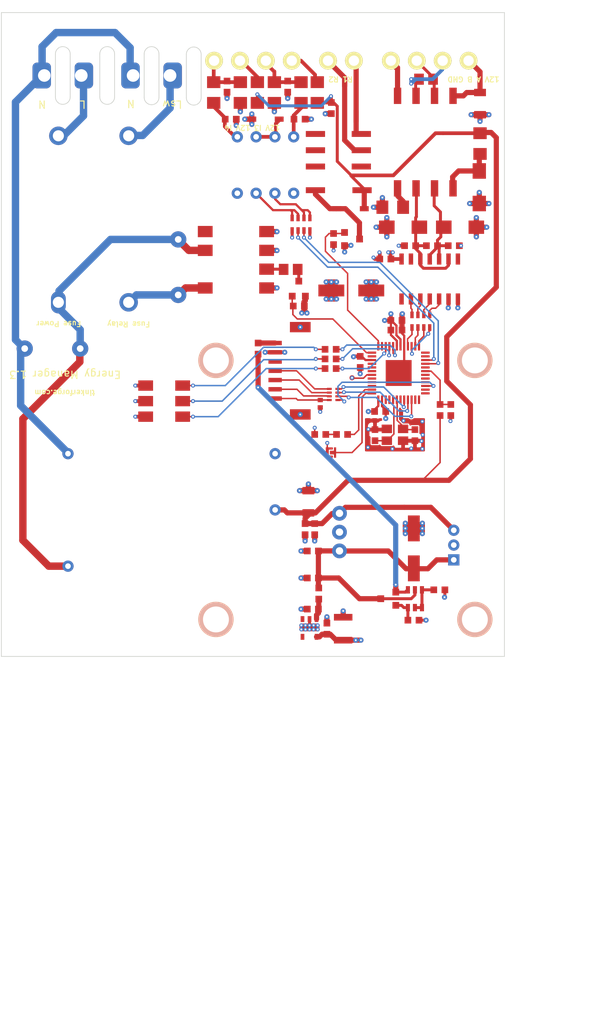
<source format=kicad_pcb>
(kicad_pcb (version 20171130) (host pcbnew 5.1.12-84ad8e8a86~92~ubuntu20.04.1)
  (title_block (title "Energy Manager Bricklet") (date 2021-12-16) (rev 1.3) (company "Tinkerforge GmbH") (comment 1 "Licensed under CERN OHL v.1.1") (comment 2 "Copyright (©) 2021, B.Nordmeyer <bastian@tinkerforge.com>"))
  (layers (0 F.Cu signal) (1 GND.Cu power hide) (2 VCC.Cu power) (31 B.Cu signal) (34 B.Paste user) (35 F.Paste user) (36 B.SilkS user) (37 F.SilkS user) (38 B.Mask user) (39 F.Mask user) (44 Edge.Cuts user))
  (net 0 "")
  (net 1 "Net-(C101-Pad1)")
  (net 2 GND)
  (net 3 3V3)
  (net 4 5V)
  (net 5 VCC)
  (net 6 "Net-(C106-Pad1)")
  (net 7 "Net-(D103-Pad2)")
  (net 8 "Net-(D105-Pad1)")
  (net 9 L)
  (net 10 "Net-(F101-Pad1)")
  (net 11 "Net-(F102-Pad1)")
  (net 12 "Net-(L103-Pad2)")
  (net 13 "Net-(P101-Pad6)")
  (net 14 "Net-(P101-Pad5)")
  (net 15 "Net-(P101-Pad4)")
  (net 16 "Net-(P101-Pad3)")
  (net 17 N)
  (net 18 RELAY)
  (net 19 "Net-(R114-Pad2)")
  (net 20 "Net-(R124-Pad1)")
  (net 21 S-CS)
  (net 22 S-CLK)
  (net 23 S-MOSI)
  (net 24 S-MISO)
  (net 25 "Net-(RP105-Pad7)")
  (net 26 "Net-(RP105-Pad5)")
  (net 27 "Net-(U108-Pad5)")
  (net 28 "Net-(U110-Pad4)")
  (net 29 "Net-(U110-Pad3)")
  (net 30 "Net-(C128-Pad1)")
  (net 31 "Net-(C129-Pad1)")
  (net 32 "Net-(D106-Pad1)")
  (net 33 "Net-(D111-Pad1)")
  (net 34 "Net-(L104-Pad6)")
  (net 35 "Net-(L104-Pad7)")
  (net 36 "Net-(L104-Pad8)")
  (net 37 "Net-(REL101-Pad5)")
  (net 38 485-R)
  (net 39 485-~REB)
  (net 40 485-DE)
  (net 41 485-D)
  (net 42 "Net-(RP102-Pad5)")
  (net 43 "Net-(RP102-Pad6)")
  (net 44 "Net-(RP102-Pad7)")
  (net 45 "Net-(RP102-Pad8)")
  (net 46 "Net-(U101-Pad2)")
  (net 47 "Net-(U113-Pad1)")
  (net 48 "Net-(U113-Pad8)")
  (net 49 "Net-(U113-Pad13)")
  (net 50 V12)
  (net 51 "Net-(U101-Pad11)")
  (net 52 "Net-(U101-Pad28)")
  (net 53 BOOT)
  (net 54 "Net-(U101-Pad33)")
  (net 55 "Net-(P111-Pad1)")
  (net 56 "Net-(REL101-Pad2)")
  (net 57 "Net-(L103-Pad1)")
  (net 58 "Net-(Q105-PadG)")
  (net 59 "Net-(R140-Pad2)")
  (net 60 "Net-(Q102-PadD)")
  (net 61 "Net-(C104-Pad1)")
  (net 62 "Net-(C107-Pad1)")
  (net 63 "Net-(F102-Pad2)")
  (net 64 "Net-(P104-Pad1)")
  (net 65 "Net-(P104-Pad2)")
  (net 66 "Net-(P105-Pad3)")
  (net 67 "Net-(P105-Pad1)")
  (net 68 "Net-(R101-Pad2)")
  (net 69 "Net-(R103-Pad2)")
  (net 70 IN1)
  (net 71 "Net-(U101-Pad5)")
  (net 72 "Net-(U101-Pad8)")
  (net 73 "Net-(U101-Pad12)")
  (net 74 "Net-(U101-Pad26)")
  (net 75 "Net-(U101-Pad29)")
  (net 76 "Net-(U101-Pad30)")
  (net 77 "Net-(U101-Pad32)")
  (net 78 "Net-(U101-Pad34)")
  (net 79 "Net-(U101-Pad39)")
  (net 80 "Net-(U101-Pad40)")
  (net 81 "Net-(U101-Pad47)")
  (net 82 "Net-(U101-Pad48)")
  (net 83 "Net-(C112-Pad1)")
  (net 84 "Net-(C114-Pad1)")
  (net 85 "Net-(D101-Pad4)")
  (net 86 "Net-(D101-Pad5)")
  (net 87 "Net-(D101-Pad6)")
  (net 88 "Net-(D107-Pad1)")
  (net 89 "Net-(REL101-Pad7)")
  (net 90 "Net-(REL101-Pad6)")
  (net 91 "Net-(U101-Pad4)")
  (net 92 "Net-(U101-Pad6)")
  (net 93 "Net-(U101-Pad23)")
  (net 94 OUT)
  (net 95 IN0)
  (net 96 "Net-(R102-Pad2)")
  (net 97 "Net-(L104-Pad1)")
  (net 98 "Net-(U101-Pad1)")
  (net 99 "Net-(U101-Pad43)")
  (net 100 "Net-(D102-Pad2)")
  (net 101 "Net-(C115-Pad2)")
  (module kicad-libraries:C0603F (layer F.Cu) (at 144.25 84.85)
    (fp_text reference C132)
    (fp_text value 100nF)
    (pad 2 smd rect (at 0.75 0) (size 0.9 0.9) (layers F.Cu F.Paste F.Mask) (net 3 3V3))
    (pad 1 smd rect (at -0.75 0) (size 0.9 0.9) (layers F.Cu F.Paste F.Mask) (net 2 GND))
  )
  (module kicad-libraries:DRILL_NP_35 (layer F.Cu) (at 121.35 133.55)
    (fp_text reference A101 hide)
    (fp_text value DRILL hide)
    (pad "" np_thru_hole circle (at 0 0) (size 3.5 3.5) (drill 3.5) (layers *.Cu *.Mask F.SilkS) (clearance 0.89916))
  )
  (module kicad-libraries:IRM02 (layer F.Cu) (at 115.35 118.75 180)
    (fp_text reference U111)
    (fp_text value IRM02-12)
    (pad 2 thru_hole circle (at 14 7.6 180) (size 1.524 1.524) (drill 0.762) (layers *.Cu *.Mask) (net 17 N))
    (pad 1 thru_hole circle (at 14 -7.6 180) (size 1.524 1.524) (drill 0.762) (layers *.Cu *.Mask) (net 9 L))
    (pad 3 thru_hole circle (at -14 0 180) (size 1.524 1.524) (drill 0.762) (layers *.Cu *.Mask) (net 5 VCC))
    (pad 4 thru_hole circle (at -14 7.6 180) (size 1.524 1.524) (drill 0.762) (layers *.Cu *.Mask) (net 2 GND))
  )
  (module kicad-libraries:Fuse-Holder-5x20 (layer F.Cu) (at 100.05 79.45 270)
    (fp_text reference F101)
    (fp_text value FUSE)
    (pad 2 thru_hole oval (at 11.25 0 270) (size 3 2) (drill 1.5) (layers *.Cu *.Mask) (net 9 L))
    (pad 1 thru_hole circle (at -11.25 0 270) (size 2.5 2.5) (drill 1.5) (layers *.Cu *.Mask) (net 10 "Net-(F101-Pad1)"))
  )
  (module kicad-libraries:VAR_10mm (layer F.Cu) (at 116.25 85.95 90)
    (fp_text reference R113)
    (fp_text value MOV-10D391KTR)
    (pad 2 thru_hole circle (at 3.75 0 90) (size 2.2 2.2) (drill 0.9) (layers *.Cu *.Mask) (net 9 L))
    (pad 1 thru_hole circle (at -3.75 0 90) (size 2.2 2.2) (drill 0.9) (layers *.Cu *.Mask) (net 63 "Net-(F102-Pad2)"))
  )
  (module kicad-libraries:VAR_10mm (layer F.Cu) (at 99.25 96.95 180)
    (fp_text reference R128)
    (fp_text value MOV-10D391KTR)
    (pad 1 thru_hole circle (at -3.75 0 180) (size 2.2 2.2) (drill 0.9) (layers *.Cu *.Mask) (net 9 L))
    (pad 2 thru_hole circle (at 3.75 0 180) (size 2.2 2.2) (drill 0.9) (layers *.Cu *.Mask) (net 17 N))
  )
  (module kicad-libraries:AQ-H (layer F.Cu) (at 124.05 84.95 90)
    (fp_text reference U108)
    (fp_text value AQH3213AX)
    (pad 1 smd rect (at -3.81 4.15 90) (size 1.524 2) (layers F.Cu F.Paste F.Mask) (net 2 GND))
    (pad 2 smd rect (at -1.27 4.15 90) (size 1.524 2) (layers F.Cu F.Paste F.Mask) (net 19 "Net-(R114-Pad2)"))
    (pad 3 smd rect (at 1.27 4.15 90) (size 1.524 2) (layers F.Cu F.Paste F.Mask) (net 2 GND))
    (pad 4 smd rect (at 3.81 4.15 90) (size 1.524 2) (layers F.Cu F.Paste F.Mask) (net 2 GND))
    (pad 5 smd rect (at 3.81 -4.15 90) (size 1.524 2) (layers F.Cu F.Paste F.Mask) (net 27 "Net-(U108-Pad5)"))
    (pad 6 smd rect (at 1.27 -4.15 90) (size 1.524 2) (layers F.Cu F.Paste F.Mask) (net 9 L))
    (pad 8 smd rect (at -3.81 -4.15 90) (size 1.524 2) (layers F.Cu F.Paste F.Mask) (net 63 "Net-(F102-Pad2)"))
  )
  (module kicad-libraries:Fuse-Holder-5x20 (layer F.Cu) (at 109.55 79.45 270)
    (fp_text reference F102)
    (fp_text value FUSE)
    (pad 1 thru_hole circle (at -11.25 0 270) (size 2.5 2.5) (drill 1.5) (layers *.Cu *.Mask) (net 11 "Net-(F102-Pad1)"))
    (pad 2 thru_hole circle (at 11.25 0 270) (size 2.5 2.5) (drill 1.5) (layers *.Cu *.Mask) (net 63 "Net-(F102-Pad2)"))
  )
  (module kicad-libraries:OQ_2P_5mm_230V (layer F.Cu) (at 112.65 60.05 180)
    (fp_text reference P102)
    (fp_text value Relay)
    (pad 2 thru_hole roundrect (at 2.5 0 180) (size 2.5 3.5) (drill 1.7 (offset 0.35 0)) (layers *.Cu *.Mask) (net 17 N))
    (pad 1 thru_hole roundrect (at -2.5 0 180) (size 2.5 3.5) (drill 1.7 (offset -0.35 0)) (layers *.Cu *.Mask) (net 11 "Net-(F102-Pad1)"))
  )
  (module kicad-libraries:OQ_2P_5mm_230V (layer F.Cu) (at 100.65 60.05 180)
    (fp_text reference P103)
    (fp_text value L+N)
    (pad 1 thru_hole roundrect (at -2.5 0 180) (size 2.5 3.5) (drill 1.7 (offset -0.35 0)) (layers *.Cu *.Mask) (net 10 "Net-(F101-Pad1)"))
    (pad 2 thru_hole roundrect (at 2.5 0 180) (size 2.5 3.5) (drill 1.7 (offset 0.35 0)) (layers *.Cu *.Mask) (net 17 N))
  )
  (module kicad-libraries:OQ_4P (layer F.Cu) (at 126.35 58.05 180)
    (fp_text reference P105)
    (fp_text value INPUT)
    (pad 2 thru_hole circle (at -1.75006 0 180) (size 2.4003 2.4003) (drill 1.39954) (layers *.Cu *.Mask F.SilkS) (net 61 "Net-(C104-Pad1)"))
    (pad 3 thru_hole circle (at 1.75006 0 180) (size 2.4003 2.4003) (drill 1.39954) (layers *.Cu *.Mask F.SilkS) (net 66 "Net-(P105-Pad3)"))
    (pad 4 thru_hole circle (at 5.25018 0 180) (size 2.4003 2.4003) (drill 1.39954) (layers *.Cu *.Mask F.SilkS) (net 62 "Net-(C107-Pad1)"))
    (pad 1 thru_hole circle (at -5.25018 0 180) (size 2.4003 2.4003) (drill 1.39954) (layers *.Cu *.Mask F.SilkS) (net 67 "Net-(P105-Pad1)"))
  )
  (module kicad-libraries:C0402F (layer F.Cu) (at 135.45 104.4 270)
    (fp_text reference C101)
    (fp_text value 220pF)
    (pad 2 smd rect (at 0.5 0 270) (size 0.6 0.7) (layers F.Cu F.Paste F.Mask) (net 2 GND))
    (pad 1 smd rect (at -0.5 0 270) (size 0.6 0.7) (layers F.Cu F.Paste F.Mask) (net 1 "Net-(C101-Pad1)"))
  )
  (module C0603F (layer F.Cu) (at 143.55 105.45 180)
    (fp_text reference C102)
    (fp_text value 100nF)
    (pad 1 smd rect (at -0.75 0 180) (size 0.9 0.9) (layers F.Cu F.Paste F.Mask) (net 3 3V3))
    (pad 2 smd rect (at 0.75 0 180) (size 0.9 0.9) (layers F.Cu F.Paste F.Mask) (net 2 GND))
  )
  (module kicad-libraries:C0603F (layer F.Cu) (at 134.45 127.95 180)
    (fp_text reference C103)
    (fp_text value 1uF)
    (pad 1 smd rect (at -0.75 0 180) (size 0.9 0.9) (layers F.Cu F.Paste F.Mask) (net 4 5V))
    (pad 2 smd rect (at 0.75 0 180) (size 0.9 0.9) (layers F.Cu F.Paste F.Mask) (net 2 GND))
  )
  (module C0603F (layer F.Cu) (at 131.05 61.55 270)
    (fp_text reference C104)
    (fp_text value 100nF)
    (pad 2 smd rect (at 0.75 0 270) (size 0.9 0.9) (layers F.Cu F.Paste F.Mask) (net 2 GND))
    (pad 1 smd rect (at -0.75 0 270) (size 0.9 0.9) (layers F.Cu F.Paste F.Mask) (net 61 "Net-(C104-Pad1)"))
  )
  (module kicad-libraries:C1206 (layer F.Cu) (at 133.85 117.65 90)
    (fp_text reference C105)
    (fp_text value 4.7uF/50V)
    (pad 1 smd rect (at -1.50114 0 90) (size 1.00076 1.6002) (layers F.Cu F.Paste F.Mask) (net 5 VCC))
    (pad 2 smd rect (at 1.50114 0 90) (size 1.00076 1.6002) (layers F.Cu F.Paste F.Mask) (net 2 GND))
  )
  (module kicad-libraries:C0603F (layer F.Cu) (at 134.45 132.15 180)
    (fp_text reference C106)
    (fp_text value 1uF)
    (pad 1 smd rect (at -0.75 0 180) (size 0.9 0.9) (layers F.Cu F.Paste F.Mask) (net 6 "Net-(C106-Pad1)"))
    (pad 2 smd rect (at 0.75 0 180) (size 0.9 0.9) (layers F.Cu F.Paste F.Mask) (net 2 GND))
  )
  (module C0603F (layer F.Cu) (at 122.85 61.55 270)
    (fp_text reference C107)
    (fp_text value 100nF)
    (pad 2 smd rect (at 0.75 0 270) (size 0.9 0.9) (layers F.Cu F.Paste F.Mask) (net 2 GND))
    (pad 1 smd rect (at -0.75 0 270) (size 0.9 0.9) (layers F.Cu F.Paste F.Mask) (net 62 "Net-(C107-Pad1)"))
  )
  (module kicad-libraries:C0603F (layer F.Cu) (at 136.35 134.8 90)
    (fp_text reference C110)
    (fp_text value 2.2uF)
    (pad 2 smd rect (at 0.75 0 90) (size 0.9 0.9) (layers F.Cu F.Paste F.Mask) (net 2 GND))
    (pad 1 smd rect (at -0.75 0 90) (size 0.9 0.9) (layers F.Cu F.Paste F.Mask) (net 3 3V3))
  )
  (module kicad-libraries:C1210 (layer F.Cu) (at 138.55 134.8 90)
    (fp_text reference C111)
    (fp_text value 100uF)
    (pad 1 smd rect (at -1.5494 0 90) (size 0.89916 2.49936) (layers F.Cu F.Paste F.Mask) (net 3 3V3) (clearance 0.14986))
    (pad 2 smd rect (at 1.5494 0 90) (size 0.89916 2.49936) (layers F.Cu F.Paste F.Mask) (net 2 GND) (clearance 0.14986))
  )
  (module C0603F (layer F.Cu) (at 123.35 65.95)
    (fp_text reference C112)
    (fp_text value 100nF)
    (pad 1 smd rect (at -0.75 0) (size 0.9 0.9) (layers F.Cu F.Paste F.Mask) (net 83 "Net-(C112-Pad1)"))
    (pad 2 smd rect (at 0.75 0) (size 0.9 0.9) (layers F.Cu F.Paste F.Mask) (net 2 GND))
  )
  (module C0603F (layer F.Cu) (at 136.95 64.45 90)
    (fp_text reference C113)
    (fp_text value 100nF)
    (pad 2 smd rect (at 0.75 0 90) (size 0.9 0.9) (layers F.Cu F.Paste F.Mask) (net 5 VCC))
    (pad 1 smd rect (at -0.75 0 90) (size 0.9 0.9) (layers F.Cu F.Paste F.Mask) (net 2 GND))
  )
  (module C0603F (layer F.Cu) (at 132.65 65.95)
    (fp_text reference C114)
    (fp_text value 100nF)
    (pad 2 smd rect (at 0.75 0) (size 0.9 0.9) (layers F.Cu F.Paste F.Mask) (net 2 GND))
    (pad 1 smd rect (at -0.75 0) (size 0.9 0.9) (layers F.Cu F.Paste F.Mask) (net 84 "Net-(C114-Pad1)"))
  )
  (module kicad-libraries:C0603F (layer F.Cu) (at 133.4 121.35 270)
    (fp_text reference C124)
    (fp_text value 1uF)
    (pad 1 smd rect (at -0.75 0 270) (size 0.9 0.9) (layers F.Cu F.Paste F.Mask) (net 5 VCC))
    (pad 2 smd rect (at 0.75 0 270) (size 0.9 0.9) (layers F.Cu F.Paste F.Mask) (net 2 GND))
  )
  (module kicad-libraries:C0603F (layer F.Cu) (at 134.7 121.35 270)
    (fp_text reference C125)
    (fp_text value 1uF)
    (pad 1 smd rect (at -0.75 0 270) (size 0.9 0.9) (layers F.Cu F.Paste F.Mask) (net 5 VCC))
    (pad 2 smd rect (at 0.75 0 270) (size 0.9 0.9) (layers F.Cu F.Paste F.Mask) (net 2 GND))
  )
  (module kicad-libraries:C0603F (layer F.Cu) (at 134.45 124.3 180)
    (fp_text reference C126)
    (fp_text value 1uF)
    (pad 2 smd rect (at 0.75 0 180) (size 0.9 0.9) (layers F.Cu F.Paste F.Mask) (net 2 GND))
    (pad 1 smd rect (at -0.75 0 180) (size 0.9 0.9) (layers F.Cu F.Paste F.Mask) (net 4 5V))
  )
  (module C0603F (layer F.Cu) (at 145.75 94.45)
    (fp_text reference C127)
    (fp_text value 100nF)
    (pad 1 smd rect (at -0.75 0) (size 0.9 0.9) (layers F.Cu F.Paste F.Mask) (net 3 3V3))
    (pad 2 smd rect (at 0.75 0) (size 0.9 0.9) (layers F.Cu F.Paste F.Mask) (net 2 GND))
  )
  (module C0603F (layer F.Cu) (at 142.85 108.65 90)
    (fp_text reference C128)
    (fp_text value 10pF)
    (pad 1 smd rect (at -0.75 0 90) (size 0.9 0.9) (layers F.Cu F.Paste F.Mask) (net 30 "Net-(C128-Pad1)"))
    (pad 2 smd rect (at 0.75 0 90) (size 0.9 0.9) (layers F.Cu F.Paste F.Mask) (net 2 GND))
  )
  (module C0603F (layer F.Cu) (at 148.25 108.65 270)
    (fp_text reference C129)
    (fp_text value 10pF)
    (pad 2 smd rect (at 0.75 0 270) (size 0.9 0.9) (layers F.Cu F.Paste F.Mask) (net 2 GND))
    (pad 1 smd rect (at -0.75 0 270) (size 0.9 0.9) (layers F.Cu F.Paste F.Mask) (net 31 "Net-(C129-Pad1)"))
  )
  (module C0603F (layer F.Cu) (at 140.85 98.75 270)
    (fp_text reference C130)
    (fp_text value 100nF)
    (pad 2 smd rect (at 0.75 0 270) (size 0.9 0.9) (layers F.Cu F.Paste F.Mask) (net 2 GND))
    (pad 1 smd rect (at -0.75 0 270) (size 0.9 0.9) (layers F.Cu F.Paste F.Mask) (net 3 3V3))
  )
  (module C0603F (layer F.Cu) (at 145.75 93.15)
    (fp_text reference C131)
    (fp_text value 220nF)
    (pad 1 smd rect (at -0.75 0) (size 0.9 0.9) (layers F.Cu F.Paste F.Mask) (net 3 3V3))
    (pad 2 smd rect (at 0.75 0) (size 0.9 0.9) (layers F.Cu F.Paste F.Mask) (net 2 GND))
  )
  (module kicad-libraries:PLCC6-6x5 (layer F.Cu) (at 114.35 104.05)
    (fp_text reference D101)
    (fp_text value CLP6C-FKB-CK1P1G1BB7R3R3)
    (pad 1 smd rect (at -2.5 -2.1) (size 2 1.4) (layers F.Cu F.Paste F.Mask) (net 3 3V3))
    (pad 2 smd rect (at -2.5 0) (size 2 1.4) (layers F.Cu F.Paste F.Mask) (net 3 3V3))
    (pad 3 smd rect (at -2.5 2.1) (size 2 1.4) (layers F.Cu F.Paste F.Mask) (net 3 3V3))
    (pad 4 smd rect (at 2.5 2.1) (size 2 1.4) (layers F.Cu F.Paste F.Mask) (net 85 "Net-(D101-Pad4)"))
    (pad 5 smd rect (at 2.5 0) (size 2 1.4) (layers F.Cu F.Paste F.Mask) (net 86 "Net-(D101-Pad5)"))
    (pad 6 smd rect (at 2.5 -2.1) (size 2 1.4) (layers F.Cu F.Paste F.Mask) (net 87 "Net-(D101-Pad6)"))
  )
  (module kicad-libraries:D0603F (layer F.Cu) (at 135.45 108.55)
    (fp_text reference D103)
    (fp_text value blue)
    (pad 1 smd rect (at -0.75 0) (size 0.9 0.9) (layers F.Cu F.Paste F.Mask) (net 3 3V3))
    (pad 2 smd rect (at 0.75 0) (size 0.9 0.9) (layers F.Cu F.Paste F.Mask) (net 7 "Net-(D103-Pad2)"))
  )
  (module kicad-libraries:SOD-123 (layer F.Cu) (at 128.05 65.95 180)
    (fp_text reference D105)
    (fp_text value B0520LW-7)
    (pad 2 smd rect (at 1.84912 0 180) (size 1.19888 0.70104) (layers F.Cu F.Paste F.Mask) (net 2 GND) (clearance 0.14986))
    (pad 1 smd rect (at -1.84912 0 180) (size 1.19888 0.70104) (layers F.Cu F.Paste F.Mask) (net 8 "Net-(D105-Pad1)") (clearance 0.14986))
  )
  (module DO-214AC (layer F.Cu) (at 154.35 80.55)
    (fp_text reference D106)
    (fp_text value SMAJ12CA)
    (pad 1 smd rect (at -2.19964 0) (size 2.10058 1.80086) (layers F.Cu F.Paste F.Mask) (net 32 "Net-(D106-Pad1)"))
    (pad 2 smd rect (at 2.19964 0) (size 2.10058 1.80086) (layers F.Cu F.Paste F.Mask) (net 2 GND))
  )
  (module kicad-libraries:SOD-123 (layer F.Cu) (at 139.55 78.05)
    (fp_text reference D107)
    (fp_text value B0520LW-7)
    (pad 1 smd rect (at -1.84912 0) (size 1.19888 0.70104) (layers F.Cu F.Paste F.Mask) (net 88 "Net-(D107-Pad1)") (clearance 0.14986))
    (pad 2 smd rect (at 1.84912 0) (size 1.19888 0.70104) (layers F.Cu F.Paste F.Mask) (net 5 VCC) (clearance 0.14986))
  )
  (module DO-214AC (layer F.Cu) (at 146.65 80.55 180)
    (fp_text reference D111)
    (fp_text value SMAJ12CA)
    (pad 2 smd rect (at 2.19964 0 180) (size 2.10058 1.80086) (layers F.Cu F.Paste F.Mask) (net 2 GND))
    (pad 1 smd rect (at -2.19964 0 180) (size 2.10058 1.80086) (layers F.Cu F.Paste F.Mask) (net 33 "Net-(D111-Pad1)"))
  )
  (module kicad-libraries:SolderJumper (layer F.Cu) (at 136.9 111)
    (fp_text reference J101)
    (fp_text value Boot)
    (pad 1 smd rect (at -0.225 -0.55) (size 0.95 0.3) (layers F.Cu F.Mask) (net 2 GND))
    (pad 1 smd rect (at -0.225 0.55) (size 0.95 0.3) (layers F.Cu F.Mask) (net 2 GND))
    (pad 1 smd rect (at -0.5 0) (size 0.4 1.4) (layers F.Cu F.Mask) (net 2 GND))
    (pad 2 smd rect (at 0.15 0) (size 0.6 0.5) (layers F.Cu F.Mask) (net 53 BOOT))
    (pad 2 smd rect (at 0.55 0) (size 0.3 1.4) (layers F.Cu F.Mask) (net 53 BOOT))
  )
  (module kicad-libraries:R0603F (layer F.Cu) (at 135.25 130.05 90)
    (fp_text reference L101)
    (fp_text value FB)
    (pad 2 smd rect (at 0.75 0 90) (size 0.9 0.9) (layers F.Cu F.Paste F.Mask) (net 4 5V))
    (pad 1 smd rect (at -0.75 0 90) (size 0.9 0.9) (layers F.Cu F.Paste F.Mask) (net 6 "Net-(C106-Pad1)"))
  )
  (module kicad-libraries:R0603F (layer F.Cu) (at 127.05 96.95 90)
    (fp_text reference L103)
    (fp_text value FB)
    (pad 1 smd rect (at -0.75 0 90) (size 0.9 0.9) (layers F.Cu F.Paste F.Mask) (net 57 "Net-(L103-Pad1)"))
    (pad 2 smd rect (at 0.75 0 90) (size 0.9 0.9) (layers F.Cu F.Paste F.Mask) (net 12 "Net-(L103-Pad2)"))
  )
  (module kicad-libraries:WE-SL (layer F.Cu) (at 149.65 69.05 90)
    (fp_text reference L104)
    (fp_text value WE-SL)
    (pad 1 smd rect (at -6.25094 -3.74904 90) (size 2.19964 1.00076) (layers F.Cu F.Paste F.Mask) (net 97 "Net-(L104-Pad1)"))
    (pad 2 smd rect (at -6.25094 -1.24968 90) (size 2.19964 1.00076) (layers F.Cu F.Paste F.Mask) (net 33 "Net-(D111-Pad1)"))
    (pad 3 smd rect (at -6.25094 1.24968 90) (size 2.19964 1.00076) (layers F.Cu F.Paste F.Mask) (net 32 "Net-(D106-Pad1)"))
    (pad 4 smd rect (at -6.25094 3.74904 90) (size 2.19964 1.00076) (layers F.Cu F.Paste F.Mask) (net 100 "Net-(D102-Pad2)"))
    (pad 5 smd rect (at 6.25094 3.74904 90) (size 2.19964 1.00076) (layers F.Cu F.Paste F.Mask) (net 101 "Net-(C115-Pad2)"))
    (pad 6 smd rect (at 6.25094 1.24968 90) (size 2.19964 1.00076) (layers F.Cu F.Paste F.Mask) (net 34 "Net-(L104-Pad6)"))
    (pad 7 smd rect (at 6.25094 -1.24968 90) (size 2.19964 1.00076) (layers F.Cu F.Paste F.Mask) (net 35 "Net-(L104-Pad7)"))
    (pad 8 smd rect (at 6.25094 -3.74904 90) (size 2.19964 1.00076) (layers F.Cu F.Paste F.Mask) (net 36 "Net-(L104-Pad8)"))
  )
  (module kicad-libraries:CON-SENSOR2_180 (layer F.Cu) (at 134.15 99.95 90)
    (fp_text reference P101)
    (fp_text value CON-SENSOR2)
    (pad 7 smd rect (at -3.75 -4.8 90) (size 0.6 1.8) (layers F.Cu F.Paste F.Mask) (net 1 "Net-(C101-Pad1)"))
    (pad 6 smd rect (at -2.5 -4.8 90) (size 0.6 1.8) (layers F.Cu F.Paste F.Mask) (net 13 "Net-(P101-Pad6)"))
    (pad EP smd rect (at -5.9 -1.4 90) (size 1.4 2.8) (layers F.Cu F.Paste F.Mask) (net 2 GND))
    (pad EP smd rect (at 5.9 -1.4 90) (size 1.4 2.8) (layers F.Cu F.Paste F.Mask) (net 2 GND))
    (pad 5 smd rect (at -1.25 -4.8 90) (size 0.6 1.8) (layers F.Cu F.Paste F.Mask) (net 14 "Net-(P101-Pad5)"))
    (pad 4 smd rect (at 0 -4.8 90) (size 0.6 1.8) (layers F.Cu F.Paste F.Mask) (net 15 "Net-(P101-Pad4)"))
    (pad 3 smd rect (at 1.25 -4.8 90) (size 0.6 1.8) (layers F.Cu F.Paste F.Mask) (net 16 "Net-(P101-Pad3)"))
    (pad 2 smd rect (at 2.5 -4.8 90) (size 0.6 1.8) (layers F.Cu F.Paste F.Mask) (net 2 GND))
    (pad 1 smd rect (at 3.75 -4.8 90) (size 0.6 1.8) (layers F.Cu F.Paste F.Mask) (net 12 "Net-(L103-Pad2)"))
  )
  (module kicad-libraries:OQ_2P (layer F.Cu) (at 138.25 58.05 180)
    (fp_text reference P104)
    (fp_text value OUT)
    (pad 1 thru_hole circle (at -1.75006 0 180) (size 2.4003 2.4003) (drill 1.39954) (layers *.Cu *.Mask F.SilkS) (net 64 "Net-(P104-Pad1)"))
    (pad 2 thru_hole circle (at 1.75006 0 180) (size 2.4003 2.4003) (drill 1.39954) (layers *.Cu *.Mask F.SilkS) (net 65 "Net-(P104-Pad2)"))
  )
  (module kicad-libraries:JST-PH-3-THT (layer F.Cu) (at 153.5 123.5 270)
    (fp_text reference P106)
    (fp_text value DNP)
    (pad 3 thru_hole circle (at -2 0 90) (size 1.524 1.524) (drill 0.762) (layers *.Cu *.Mask) (net 5 VCC))
    (pad 2 thru_hole circle (at 0 0 90) (size 1.524 1.524) (drill 0.762) (layers *.Cu *.Mask) (net 2 GND))
    (pad 1 thru_hole rect (at 2 0 90) (size 1.524 1.524) (drill 0.762) (layers *.Cu *.Mask) (net 4 5V))
  )
  (module kicad-libraries:OQ_4P (layer F.Cu) (at 150.25 58.05 180)
    (fp_text reference P110)
    (fp_text value MODBUS)
    (pad 2 thru_hole circle (at -1.75006 0 180) (size 2.4003 2.4003) (drill 1.39954) (layers *.Cu *.Mask F.SilkS) (net 35 "Net-(L104-Pad7)"))
    (pad 3 thru_hole circle (at 1.75006 0 180) (size 2.4003 2.4003) (drill 1.39954) (layers *.Cu *.Mask F.SilkS) (net 34 "Net-(L104-Pad6)"))
    (pad 4 thru_hole circle (at 5.25018 0 180) (size 2.4003 2.4003) (drill 1.39954) (layers *.Cu *.Mask F.SilkS) (net 36 "Net-(L104-Pad8)"))
    (pad 1 thru_hole circle (at -5.25018 0 180) (size 2.4003 2.4003) (drill 1.39954) (layers *.Cu *.Mask F.SilkS) (net 101 "Net-(C115-Pad2)"))
  )
  (module kicad-libraries:DEBUG_PAD (layer F.Cu) (at 139.75 100.9)
    (fp_text reference P111)
    (fp_text value Debug)
    (pad 1 smd circle (at 0 0) (size 0.7 0.7) (layers F.Cu F.Paste F.Mask) (net 55 "Net-(P111-Pad1)"))
  )
  (module kicad-libraries:SOT23GDS (layer F.Cu) (at 132.55 88.85 180)
    (fp_text reference Q102)
    (fp_text value SI2305CDS-T1-GE3)
    (pad D smd rect (at 0 1.016 180) (size 0.9144 0.9144) (layers F.Cu F.Paste F.Mask) (net 60 "Net-(Q102-PadD)"))
    (pad G smd rect (at 0.889 -1.016 180) (size 0.9144 0.9144) (layers F.Cu F.Paste F.Mask) (net 18 RELAY))
    (pad S smd rect (at -0.889 -1.016 180) (size 0.9144 0.9144) (layers F.Cu F.Paste F.Mask) (net 3 3V3))
  )
  (module kicad-libraries:SOT23GDS (layer F.Cu) (at 139.75 82.15 90)
    (fp_text reference Q103)
    (fp_text value 2N7002P)
    (pad D smd rect (at 0 1.016 90) (size 0.9144 0.9144) (layers F.Cu F.Paste F.Mask) (net 88 "Net-(D107-Pad1)"))
    (pad G smd rect (at 0.889 -1.016 90) (size 0.9144 0.9144) (layers F.Cu F.Paste F.Mask) (net 94 OUT))
    (pad S smd rect (at -0.889 -1.016 90) (size 0.9144 0.9144) (layers F.Cu F.Paste F.Mask) (net 2 GND))
  )
  (module kicad-libraries:SOT23GDS (layer F.Cu) (at 144.65 130.75 270)
    (fp_text reference Q105)
    (fp_text value SSM3J355R,LF)
    (pad S smd rect (at -0.889 -1.016 270) (size 0.9144 0.9144) (layers F.Cu F.Paste F.Mask) (net 57 "Net-(L103-Pad1)"))
    (pad G smd rect (at 0.889 -1.016 270) (size 0.9144 0.9144) (layers F.Cu F.Paste F.Mask) (net 58 "Net-(Q105-PadG)"))
    (pad D smd rect (at 0 1.016 270) (size 0.9144 0.9144) (layers F.Cu F.Paste F.Mask) (net 4 5V))
  )
  (module kicad-libraries:R0603F (layer F.Cu) (at 136.85 99.65)
    (fp_text reference R101)
    (fp_text value 51)
    (pad 2 smd rect (at 0.75 0) (size 0.9 0.9) (layers F.Cu F.Paste F.Mask) (net 68 "Net-(R101-Pad2)"))
    (pad 1 smd rect (at -0.75 0) (size 0.9 0.9) (layers F.Cu F.Paste F.Mask) (net 85 "Net-(D101-Pad4)"))
  )
  (module kicad-libraries:R0603F (layer F.Cu) (at 136.85 98.35)
    (fp_text reference R102)
    (fp_text value 51)
    (pad 1 smd rect (at -0.75 0) (size 0.9 0.9) (layers F.Cu F.Paste F.Mask) (net 86 "Net-(D101-Pad5)"))
    (pad 2 smd rect (at 0.75 0) (size 0.9 0.9) (layers F.Cu F.Paste F.Mask) (net 96 "Net-(R102-Pad2)"))
  )
  (module kicad-libraries:R0603F (layer F.Cu) (at 136.85 97.05)
    (fp_text reference R103)
    (fp_text value 100)
    (pad 2 smd rect (at 0.75 0) (size 0.9 0.9) (layers F.Cu F.Paste F.Mask) (net 69 "Net-(R103-Pad2)"))
    (pad 1 smd rect (at -0.75 0) (size 0.9 0.9) (layers F.Cu F.Paste F.Mask) (net 87 "Net-(D101-Pad6)"))
  )
  (module kicad-libraries:R1206E (layer F.Cu) (at 129.25 62.35 270)
    (fp_text reference R104)
    (fp_text value 1k)
    (pad 2 smd rect (at 1.4 0 270) (size 1.6 1.8) (layers F.Cu F.Paste F.Mask) (net 2 GND))
    (pad 1 smd rect (at -1.4 0 270) (size 1.6 1.8) (layers F.Cu F.Paste F.Mask) (net 61 "Net-(C104-Pad1)"))
  )
  (module kicad-libraries:R1206E (layer F.Cu) (at 124.65 62.35 270)
    (fp_text reference R105)
    (fp_text value 1k)
    (pad 1 smd rect (at -1.4 0 270) (size 1.6 1.8) (layers F.Cu F.Paste F.Mask) (net 62 "Net-(C107-Pad1)"))
    (pad 2 smd rect (at 1.4 0 270) (size 1.6 1.8) (layers F.Cu F.Paste F.Mask) (net 2 GND))
  )
  (module kicad-libraries:R0603F (layer F.Cu) (at 151.65 105.25 270)
    (fp_text reference R107)
    (fp_text value 300k)
    (pad 2 smd rect (at 0.75 0 270) (size 0.9 0.9) (layers F.Cu F.Paste F.Mask) (net 5 VCC))
    (pad 1 smd rect (at -0.75 0 270) (size 0.9 0.9) (layers F.Cu F.Paste F.Mask) (net 50 V12))
  )
  (module kicad-libraries:R0603F (layer F.Cu) (at 153.1 105.25 90)
    (fp_text reference R108)
    (fp_text value 100k)
    (pad 1 smd rect (at -0.75 0 90) (size 0.9 0.9) (layers F.Cu F.Paste F.Mask) (net 2 GND))
    (pad 2 smd rect (at 0.75 0 90) (size 0.9 0.9) (layers F.Cu F.Paste F.Mask) (net 50 V12))
  )
  (module kicad-libraries:R1206E (layer F.Cu) (at 135.05 62.35 270)
    (fp_text reference R111)
    (fp_text value 1k)
    (pad 1 smd rect (at -1.4 0 270) (size 1.6 1.8) (layers F.Cu F.Paste F.Mask) (net 67 "Net-(P105-Pad1)"))
    (pad 2 smd rect (at 1.4 0 270) (size 1.6 1.8) (layers F.Cu F.Paste F.Mask) (net 5 VCC))
  )
  (module kicad-libraries:R1206E (layer F.Cu) (at 132.85 62.35 270)
    (fp_text reference R112)
    (fp_text value 1k)
    (pad 2 smd rect (at 1.4 0 270) (size 1.6 1.8) (layers F.Cu F.Paste F.Mask) (net 84 "Net-(C114-Pad1)"))
    (pad 1 smd rect (at -1.4 0 270) (size 1.6 1.8) (layers F.Cu F.Paste F.Mask) (net 61 "Net-(C104-Pad1)"))
  )
  (module kicad-libraries:R0805E (layer F.Cu) (at 131.45 86.25 180)
    (fp_text reference R114)
    (fp_text value 120)
    (pad 1 smd rect (at -0.95 0 180) (size 1.3 1.5) (layers F.Cu F.Paste F.Mask) (net 60 "Net-(Q102-PadD)") (clearance 0.14986))
    (pad 2 smd rect (at 0.95 0 180) (size 1.3 1.5) (layers F.Cu F.Paste F.Mask) (net 19 "Net-(R114-Pad2)") (clearance 0.14986))
  )
  (module kicad-libraries:R0603F (layer F.Cu) (at 132.55 91.2)
    (fp_text reference R115)
    (fp_text value 1k)
    (pad 1 smd rect (at -0.75 0) (size 0.9 0.9) (layers F.Cu F.Paste F.Mask) (net 18 RELAY))
    (pad 2 smd rect (at 0.75 0) (size 0.9 0.9) (layers F.Cu F.Paste F.Mask) (net 3 3V3))
  )
  (module kicad-libraries:R1206E (layer F.Cu) (at 126.95 62.35 270)
    (fp_text reference R116)
    (fp_text value 1k)
    (pad 1 smd rect (at -1.4 0 270) (size 1.6 1.8) (layers F.Cu F.Paste F.Mask) (net 66 "Net-(P105-Pad3)"))
    (pad 2 smd rect (at 1.4 0 270) (size 1.6 1.8) (layers F.Cu F.Paste F.Mask) (net 5 VCC))
  )
  (module kicad-libraries:R1206E (layer F.Cu) (at 121.05 62.35 270)
    (fp_text reference R117)
    (fp_text value 1k)
    (pad 2 smd rect (at 1.4 0 270) (size 1.6 1.8) (layers F.Cu F.Paste F.Mask) (net 83 "Net-(C112-Pad1)"))
    (pad 1 smd rect (at -1.4 0 270) (size 1.6 1.8) (layers F.Cu F.Paste F.Mask) (net 62 "Net-(C107-Pad1)"))
  )
  (module kicad-libraries:R0603F (layer F.Cu) (at 137.25 82.15 90)
    (fp_text reference R118)
    (fp_text value 1k)
    (pad 1 smd rect (at -0.75 0 90) (size 0.9 0.9) (layers F.Cu F.Paste F.Mask) (net 2 GND))
    (pad 2 smd rect (at 0.75 0 90) (size 0.9 0.9) (layers F.Cu F.Paste F.Mask) (net 94 OUT))
  )
  (module kicad-libraries:R0603F (layer F.Cu) (at 138.4 108.55 180)
    (fp_text reference R124)
    (fp_text value 1k)
    (pad 2 smd rect (at 0.75 0 180) (size 0.9 0.9) (layers F.Cu F.Paste F.Mask) (net 7 "Net-(D103-Pad2)"))
    (pad 1 smd rect (at -0.75 0 180) (size 0.9 0.9) (layers F.Cu F.Paste F.Mask) (net 20 "Net-(R124-Pad1)"))
  )
  (module kicad-libraries:R0603F (layer F.Cu) (at 148.05 133.65 180)
    (fp_text reference R133)
    (fp_text value 47k)
    (pad 2 smd rect (at 0.75 0 180) (size 0.9 0.9) (layers F.Cu F.Paste F.Mask) (net 58 "Net-(Q105-PadG)"))
    (pad 1 smd rect (at -0.75 0 180) (size 0.9 0.9) (layers F.Cu F.Paste F.Mask) (net 2 GND))
  )
  (module R0603F (layer F.Cu) (at 147.6 83.05)
    (fp_text reference R134)
    (fp_text value 750)
    (pad 1 smd rect (at -0.75 0) (size 0.9 0.9) (layers F.Cu F.Paste F.Mask) (net 3 3V3))
    (pad 2 smd rect (at 0.75 0) (size 0.9 0.9) (layers F.Cu F.Paste F.Mask) (net 33 "Net-(D111-Pad1)"))
  )
  (module R0603F (layer F.Cu) (at 150.55 83.05)
    (fp_text reference R135)
    (fp_text value DNP)
    (pad 2 smd rect (at 0.75 0) (size 0.9 0.9) (layers F.Cu F.Paste F.Mask) (net 32 "Net-(D106-Pad1)"))
    (pad 1 smd rect (at -0.75 0) (size 0.9 0.9) (layers F.Cu F.Paste F.Mask) (net 33 "Net-(D111-Pad1)"))
  )
  (module R0603F (layer F.Cu) (at 153.5 83.05)
    (fp_text reference R136)
    (fp_text value 750)
    (pad 1 smd rect (at -0.75 0) (size 0.9 0.9) (layers F.Cu F.Paste F.Mask) (net 32 "Net-(D106-Pad1)"))
    (pad 2 smd rect (at 0.75 0) (size 0.9 0.9) (layers F.Cu F.Paste F.Mask) (net 2 GND))
  )
  (module R0805E (layer F.Cu) (at 149.75 60.55 180)
    (fp_text reference R137)
    (fp_text value 120)
    (pad 1 smd rect (at -0.95 0 180) (size 1.3 1.5) (layers F.Cu F.Paste F.Mask) (net 34 "Net-(L104-Pad6)") (clearance 0.14986))
    (pad 2 smd rect (at 0.95 0 180) (size 1.3 1.5) (layers F.Cu F.Paste F.Mask) (net 35 "Net-(L104-Pad7)") (clearance 0.14986))
  )
  (module kicad-libraries:R0603F (layer F.Cu) (at 151.55 129.55 180)
    (fp_text reference R140)
    (fp_text value 10k)
    (pad 1 smd rect (at -0.75 0 180) (size 0.9 0.9) (layers F.Cu F.Paste F.Mask) (net 2 GND))
    (pad 2 smd rect (at 0.75 0 180) (size 0.9 0.9) (layers F.Cu F.Paste F.Mask) (net 59 "Net-(R140-Pad2)"))
  )
  (module kicad-libraries:AGQ2X0 (layer F.Cu) (at 137.9 71.75 90)
    (fp_text reference REL101)
    (fp_text value AGQ200S12Z)
    (pad 8 smd rect (at -3.8 -3.1 90) (size 0.8 2.6) (layers F.Cu F.Paste F.Mask) (net 88 "Net-(D107-Pad1)"))
    (pad 7 smd rect (at -0.6 -3.1 90) (size 0.8 2.6) (layers F.Cu F.Paste F.Mask) (net 89 "Net-(REL101-Pad7)"))
    (pad 6 smd rect (at 1.6 -3.1 90) (size 0.8 2.6) (layers F.Cu F.Paste F.Mask) (net 90 "Net-(REL101-Pad6)"))
    (pad 5 smd rect (at 3.8 -3.1 90) (size 0.8 2.6) (layers F.Cu F.Paste F.Mask) (net 37 "Net-(REL101-Pad5)"))
    (pad 4 smd rect (at 3.8 3.1 90) (size 0.8 2.6) (layers F.Cu F.Paste F.Mask) (net 64 "Net-(P104-Pad1)"))
    (pad 3 smd rect (at 1.6 3.1 90) (size 0.8 2.6) (layers F.Cu F.Paste F.Mask) (net 65 "Net-(P104-Pad2)"))
    (pad 2 smd rect (at -0.6 3.1 90) (size 0.8 2.6) (layers F.Cu F.Paste F.Mask) (net 56 "Net-(REL101-Pad2)"))
    (pad 1 smd rect (at -3.8 3.2 90) (size 0.8 2.6) (layers F.Cu F.Paste F.Mask) (net 5 VCC))
  )
  (module kicad-libraries:4X0402 (layer F.Cu) (at 137.25 103.15 270)
    (fp_text reference RP101)
    (fp_text value 82)
    (pad 1 smd rect (at -0.7493 0.575 90) (size 0.29972 0.65) (layers F.Cu F.Paste F.Mask) (net 15 "Net-(P101-Pad4)"))
    (pad 2 smd rect (at -0.24892 0.575 90) (size 0.29972 0.65) (layers F.Cu F.Paste F.Mask) (net 14 "Net-(P101-Pad5)"))
    (pad 3 smd rect (at 0.24892 0.575 90) (size 0.29972 0.65) (layers F.Cu F.Paste F.Mask) (net 13 "Net-(P101-Pad6)"))
    (pad 4 smd rect (at 0.7493 0.575 90) (size 0.29972 0.65) (layers F.Cu F.Paste F.Mask) (net 1 "Net-(C101-Pad1)"))
    (pad 5 smd rect (at 0.7493 -0.575 270) (size 0.29972 0.65) (layers F.Cu F.Paste F.Mask) (net 24 S-MISO))
    (pad 6 smd rect (at 0.24892 -0.575 270) (size 0.29972 0.65) (layers F.Cu F.Paste F.Mask) (net 23 S-MOSI))
    (pad 7 smd rect (at -0.24892 -0.575 270) (size 0.29972 0.65) (layers F.Cu F.Paste F.Mask) (net 22 S-CLK))
    (pad 8 smd rect (at -0.7493 -0.575 270) (size 0.29972 0.65) (layers F.Cu F.Paste F.Mask) (net 21 S-CS))
  )
  (module kicad-libraries:0603X4 (layer F.Cu) (at 149.05 93.25 180)
    (fp_text reference RP102)
    (fp_text value 10k)
    (pad 1 smd rect (at 1.19888 -0.8509 180) (size 0.44958 0.89916) (layers F.Cu F.Paste F.Mask) (net 38 485-R))
    (pad 2 smd rect (at 0.39878 -0.8509 180) (size 0.44958 0.89916) (layers F.Cu F.Paste F.Mask) (net 39 485-~REB))
    (pad 3 smd rect (at -0.39878 -0.8509 180) (size 0.44958 0.89916) (layers F.Cu F.Paste F.Mask) (net 40 485-DE))
    (pad 4 smd rect (at -1.19888 -0.8509 180) (size 0.44958 0.89916) (layers F.Cu F.Paste F.Mask) (net 41 485-D))
    (pad 5 smd rect (at -1.19888 0.8509 180) (size 0.44958 0.89916) (layers F.Cu F.Paste F.Mask) (net 42 "Net-(RP102-Pad5)"))
    (pad 6 smd rect (at -0.39878 0.8509 180) (size 0.44958 0.89916) (layers F.Cu F.Paste F.Mask) (net 43 "Net-(RP102-Pad6)"))
    (pad 7 smd rect (at 0.39878 0.8509 180) (size 0.44958 0.89916) (layers F.Cu F.Paste F.Mask) (net 44 "Net-(RP102-Pad7)"))
    (pad 8 smd rect (at 1.19888 0.8509 180) (size 0.44958 0.89916) (layers F.Cu F.Paste F.Mask) (net 45 "Net-(RP102-Pad8)"))
  )
  (module kicad-libraries:4X0603 (layer F.Cu) (at 132.85 80.15 180)
    (fp_text reference RP105)
    (fp_text value 10k)
    (pad 1 smd rect (at -1.19888 -0.8509 180) (size 0.44958 0.89916) (layers F.Cu F.Paste F.Mask) (net 3 3V3))
    (pad 2 smd rect (at -0.39878 -0.8509 180) (size 0.44958 0.89916) (layers F.Cu F.Paste F.Mask) (net 95 IN0))
    (pad 3 smd rect (at 0.39878 -0.8509 180) (size 0.44958 0.89916) (layers F.Cu F.Paste F.Mask) (net 70 IN1))
    (pad 4 smd rect (at 1.19888 -0.8509 180) (size 0.44958 0.89916) (layers F.Cu F.Paste F.Mask) (net 3 3V3))
    (pad 5 smd rect (at 1.19888 0.8509 180) (size 0.44958 0.89916) (layers F.Cu F.Paste F.Mask) (net 26 "Net-(RP105-Pad5)"))
    (pad 6 smd rect (at 0.39878 0.8509 180) (size 0.44958 0.89916) (layers F.Cu F.Paste F.Mask) (net 26 "Net-(RP105-Pad5)"))
    (pad 7 smd rect (at -0.39878 0.8509 180) (size 0.44958 0.89916) (layers F.Cu F.Paste F.Mask) (net 25 "Net-(RP105-Pad7)"))
    (pad 8 smd rect (at -1.19888 0.8509 180) (size 0.44958 0.89916) (layers F.Cu F.Paste F.Mask) (net 25 "Net-(RP105-Pad7)"))
  )
  (module kicad-libraries:QFN48-EP2 (layer F.Cu) (at 146.05 100.25 90)
    (fp_text reference U101)
    (fp_text value XMC1404)
    (pad 1 smd rect (at -2.74828 3.61188 270) (size 0.29972 1.14808) (layers F.Cu F.Paste F.Mask) (net 98 "Net-(U101-Pad1)"))
    (pad 2 smd rect (at -2.2479 3.61188 270) (size 0.29972 1.14808) (layers F.Cu F.Paste F.Mask) (net 46 "Net-(U101-Pad2)"))
    (pad 3 smd rect (at -1.74752 3.61188 270) (size 0.29972 1.14808) (layers F.Cu F.Paste F.Mask) (net 24 S-MISO))
    (pad 4 smd rect (at -1.24968 3.61188 270) (size 0.29972 1.14808) (layers F.Cu F.Paste F.Mask) (net 91 "Net-(U101-Pad4)"))
    (pad 5 smd rect (at -0.7493 3.61188 270) (size 0.29972 1.14808) (layers F.Cu F.Paste F.Mask) (net 71 "Net-(U101-Pad5)"))
    (pad 6 smd rect (at -0.24892 3.61188 270) (size 0.29972 1.14808) (layers F.Cu F.Paste F.Mask) (net 92 "Net-(U101-Pad6)"))
    (pad 7 smd rect (at 0.24892 3.61188 270) (size 0.29972 1.14808) (layers F.Cu F.Paste F.Mask) (net 50 V12))
    (pad 8 smd rect (at 0.7493 3.61188 270) (size 0.29972 1.14808) (layers F.Cu F.Paste F.Mask) (net 72 "Net-(U101-Pad8)"))
    (pad 9 smd rect (at 1.24968 3.61188 270) (size 0.29972 1.14808) (layers F.Cu F.Paste F.Mask) (net 95 IN0))
    (pad 10 smd rect (at 1.74752 3.61188 270) (size 0.29972 1.14808) (layers F.Cu F.Paste F.Mask) (net 70 IN1))
    (pad 11 smd rect (at 2.2479 3.61188 270) (size 0.29972 1.14808) (layers F.Cu F.Paste F.Mask) (net 51 "Net-(U101-Pad11)"))
    (pad 12 smd rect (at 2.74828 3.61188 270) (size 0.29972 1.14808) (layers F.Cu F.Paste F.Mask) (net 73 "Net-(U101-Pad12)"))
    (pad 13 smd rect (at 3.61188 2.74828) (size 0.29972 1.14808) (layers F.Cu F.Paste F.Mask) (net 40 485-DE))
    (pad 14 smd rect (at 3.61188 2.2479) (size 0.29972 1.14808) (layers F.Cu F.Paste F.Mask) (net 39 485-~REB))
    (pad 15 smd rect (at 3.61188 1.74752) (size 0.29972 1.14808) (layers F.Cu F.Paste F.Mask) (net 41 485-D))
    (pad 16 smd rect (at 3.61188 1.24968) (size 0.29972 1.14808) (layers F.Cu F.Paste F.Mask) (net 38 485-R))
    (pad 17 smd rect (at 3.61188 0.7493) (size 0.29972 1.14808) (layers F.Cu F.Paste F.Mask) (net 2 GND))
    (pad 18 smd rect (at 3.61188 0.24892) (size 0.29972 1.14808) (layers F.Cu F.Paste F.Mask) (net 3 3V3))
    (pad 19 smd rect (at 3.61188 -0.24892) (size 0.29972 1.14808) (layers F.Cu F.Paste F.Mask) (net 3 3V3))
    (pad 20 smd rect (at 3.61188 -0.7493) (size 0.29972 1.14808) (layers F.Cu F.Paste F.Mask) (net 69 "Net-(R103-Pad2)"))
    (pad 21 smd rect (at 3.61188 -1.24968) (size 0.29972 1.14808) (layers F.Cu F.Paste F.Mask) (net 96 "Net-(R102-Pad2)"))
    (pad 22 smd rect (at 3.61188 -1.74752) (size 0.29972 1.14808) (layers F.Cu F.Paste F.Mask) (net 68 "Net-(R101-Pad2)"))
    (pad 23 smd rect (at 3.61188 -2.2479) (size 0.29972 1.14808) (layers F.Cu F.Paste F.Mask) (net 93 "Net-(U101-Pad23)"))
    (pad 24 smd rect (at 3.61188 -2.74828) (size 0.29972 1.14808) (layers F.Cu F.Paste F.Mask) (net 94 OUT))
    (pad 25 smd rect (at 2.74828 -3.61188 90) (size 0.29972 1.14808) (layers F.Cu F.Paste F.Mask) (net 18 RELAY))
    (pad 26 smd rect (at 2.2479 -3.61188 90) (size 0.29972 1.14808) (layers F.Cu F.Paste F.Mask) (net 74 "Net-(U101-Pad26)"))
    (pad 27 smd rect (at 1.74752 -3.61188 90) (size 0.29972 1.14808) (layers F.Cu F.Paste F.Mask) (net 3 3V3))
    (pad 28 smd rect (at 1.24968 -3.61188 90) (size 0.29972 1.14808) (layers F.Cu F.Paste F.Mask) (net 52 "Net-(U101-Pad28)"))
    (pad 29 smd rect (at 0.7493 -3.61188 90) (size 0.29972 1.14808) (layers F.Cu F.Paste F.Mask) (net 75 "Net-(U101-Pad29)"))
    (pad 30 smd rect (at 0.24892 -3.61188 90) (size 0.29972 1.14808) (layers F.Cu F.Paste F.Mask) (net 76 "Net-(U101-Pad30)"))
    (pad 31 smd rect (at -0.24892 -3.61188 90) (size 0.29972 1.14808) (layers F.Cu F.Paste F.Mask) (net 55 "Net-(P111-Pad1)"))
    (pad 32 smd rect (at -0.7493 -3.61188 90) (size 0.29972 1.14808) (layers F.Cu F.Paste F.Mask) (net 77 "Net-(U101-Pad32)"))
    (pad 33 smd rect (at -1.24968 -3.61188 90) (size 0.29972 1.14808) (layers F.Cu F.Paste F.Mask) (net 54 "Net-(U101-Pad33)"))
    (pad 34 smd rect (at -1.74752 -3.61188 90) (size 0.29972 1.14808) (layers F.Cu F.Paste F.Mask) (net 78 "Net-(U101-Pad34)"))
    (pad 35 smd rect (at -2.2479 -3.61188 90) (size 0.29972 1.14808) (layers F.Cu F.Paste F.Mask) (net 20 "Net-(R124-Pad1)"))
    (pad 36 smd rect (at -2.74828 -3.61188 90) (size 0.29972 1.14808) (layers F.Cu F.Paste F.Mask) (net 53 BOOT))
    (pad 37 smd rect (at -3.60934 -2.74828 180) (size 0.29972 1.15062) (layers F.Cu F.Paste F.Mask) (net 2 GND))
    (pad 38 smd rect (at -3.61188 -2.2479 180) (size 0.29972 1.14808) (layers F.Cu F.Paste F.Mask) (net 3 3V3))
    (pad 39 smd rect (at -3.61188 -1.74752 180) (size 0.29972 1.14808) (layers F.Cu F.Paste F.Mask) (net 79 "Net-(U101-Pad39)"))
    (pad 40 smd rect (at -3.61188 -1.24968 180) (size 0.29972 1.14808) (layers F.Cu F.Paste F.Mask) (net 80 "Net-(U101-Pad40)"))
    (pad 41 smd rect (at -3.61188 -0.7493 180) (size 0.29972 1.14808) (layers F.Cu F.Paste F.Mask) (net 30 "Net-(C128-Pad1)"))
    (pad 42 smd rect (at -3.61188 -0.24892 180) (size 0.29972 1.14808) (layers F.Cu F.Paste F.Mask) (net 31 "Net-(C129-Pad1)"))
    (pad 43 smd rect (at -3.61188 0.24892 180) (size 0.29972 1.14808) (layers F.Cu F.Paste F.Mask) (net 99 "Net-(U101-Pad43)"))
    (pad 44 smd rect (at -3.61188 0.7493 180) (size 0.29972 1.14808) (layers F.Cu F.Paste F.Mask) (net 21 S-CS))
    (pad 45 smd rect (at -3.61188 1.24968 180) (size 0.29972 1.14808) (layers F.Cu F.Paste F.Mask) (net 22 S-CLK))
    (pad 46 smd rect (at -3.61188 1.74752 180) (size 0.29972 1.14808) (layers F.Cu F.Paste F.Mask) (net 23 S-MOSI))
    (pad 47 smd rect (at -3.61188 2.2479 180) (size 0.29972 1.14808) (layers F.Cu F.Paste F.Mask) (net 81 "Net-(U101-Pad47)"))
    (pad 48 smd rect (at -3.61188 2.74828 180) (size 0.29972 1.14808) (layers F.Cu F.Paste F.Mask) (net 82 "Net-(U101-Pad48)"))
    (pad EP smd rect (at 0 0 90) (size 3.5 3.5) (layers F.Cu F.Paste F.Mask) (net 2 GND))
  )
  (module kicad-libraries:SOT26 (layer F.Cu) (at 148.25 130.75)
    (fp_text reference U103)
    (fp_text value DMMT5401)
    (pad 6 smd rect (at -0.95 -1.2) (size 0.55 1) (layers F.Cu F.Paste F.Mask) (net 57 "Net-(L103-Pad1)"))
    (pad 5 smd rect (at 0 -1.2) (size 0.55 1) (layers F.Cu F.Paste F.Mask) (net 4 5V))
    (pad 4 smd rect (at 0.95 -1.2) (size 0.55 1) (layers F.Cu F.Paste F.Mask) (net 59 "Net-(R140-Pad2)"))
    (pad 3 smd rect (at 0.95 1.2) (size 0.55 1) (layers F.Cu F.Paste F.Mask) (net 59 "Net-(R140-Pad2)"))
    (pad 2 smd rect (at 0 1.2) (size 0.55 1) (layers F.Cu F.Paste F.Mask) (net 59 "Net-(R140-Pad2)"))
    (pad 1 smd rect (at -0.95 1.2) (size 0.55 1) (layers F.Cu F.Paste F.Mask) (net 58 "Net-(Q105-PadG)"))
  )
  (module kicad-libraries:DIP-8 (layer F.Cu) (at 128.05 72.15)
    (fp_text reference U109)
    (fp_text value HCPL2731)
    (pad 1 thru_hole circle (at 3.81 -3.81) (size 1.524 1.524) (drill 0.762) (layers *.Cu *.Mask) (net 84 "Net-(C114-Pad1)"))
    (pad 2 thru_hole circle (at 1.27 -3.81) (size 1.524 1.524) (drill 0.762) (layers *.Cu *.Mask) (net 8 "Net-(D105-Pad1)"))
    (pad 3 thru_hole circle (at -1.27 -3.81) (size 1.524 1.524) (drill 0.762) (layers *.Cu *.Mask) (net 8 "Net-(D105-Pad1)"))
    (pad 4 thru_hole circle (at -3.81 -3.81) (size 1.524 1.524) (drill 0.762) (layers *.Cu *.Mask) (net 83 "Net-(C112-Pad1)"))
    (pad 5 thru_hole circle (at -3.81 3.81) (size 1.524 1.524) (drill 0.762) (layers *.Cu *.Mask) (net 2 GND))
    (pad 6 thru_hole circle (at -1.27 3.81) (size 1.524 1.524) (drill 0.762) (layers *.Cu *.Mask) (net 26 "Net-(RP105-Pad5)"))
    (pad 7 thru_hole circle (at 1.27 3.81) (size 1.524 1.524) (drill 0.762) (layers *.Cu *.Mask) (net 25 "Net-(RP105-Pad7)"))
    (pad 8 thru_hole circle (at 3.81 3.81) (size 1.524 1.524) (drill 0.762) (layers *.Cu *.Mask) (net 3 3V3))
  )
  (module kicad-libraries:SOT23-5 (layer F.Cu) (at 134 134.7 180)
    (fp_text reference U110)
    (fp_text value TPS70933DBVR)
    (pad 1 smd rect (at -0.94996 1.19888 180) (size 0.50038 0.8001) (layers F.Cu F.Paste F.Mask) (net 6 "Net-(C106-Pad1)"))
    (pad 2 smd rect (at 0 1.19888 180) (size 0.50038 0.8001) (layers F.Cu F.Paste F.Mask) (net 2 GND))
    (pad 3 smd rect (at 0.94996 1.19888 180) (size 0.50038 0.8001) (layers F.Cu F.Paste F.Mask) (net 29 "Net-(U110-Pad3)"))
    (pad 5 smd rect (at -0.94996 -1.19888 180) (size 0.50038 0.8001) (layers F.Cu F.Paste F.Mask) (net 3 3V3))
    (pad 4 smd rect (at 0.94996 -1.19888 180) (size 0.50038 0.8001) (layers F.Cu F.Paste F.Mask) (net 28 "Net-(U110-Pad4)"))
  )
  (module kicad-libraries:WPMDL110 (layer F.Cu) (at 138.05 121.75 90)
    (fp_text reference U112)
    (fp_text value WPMDL110)
    (pad 2 thru_hole circle (at 0 0 90) (size 2 2) (drill 1) (layers *.Cu *.Mask) (net 2 GND))
    (pad 1 thru_hole circle (at 2.54 0 90) (size 2 2) (drill 1) (layers *.Cu *.Mask) (net 5 VCC))
    (pad 3 thru_hole circle (at -2.54 0 90) (size 2 2) (drill 1) (layers *.Cu *.Mask) (net 4 5V))
  )
  (module kicad-libraries:SOIC-14_3.9x8.7mm_Pitch1.27mm (layer F.Cu) (at 150.25 87.55 90)
    (fp_text reference U113)
    (fp_text value SP3491)
    (pad 1 smd rect (at -2.7 -3.81 90) (size 1.5 0.6) (layers F.Cu F.Paste F.Mask) (net 47 "Net-(U113-Pad1)"))
    (pad 2 smd rect (at -2.7 -2.54 90) (size 1.5 0.6) (layers F.Cu F.Paste F.Mask) (net 45 "Net-(RP102-Pad8)"))
    (pad 3 smd rect (at -2.7 -1.27 90) (size 1.5 0.6) (layers F.Cu F.Paste F.Mask) (net 44 "Net-(RP102-Pad7)"))
    (pad 4 smd rect (at -2.7 0 90) (size 1.5 0.6) (layers F.Cu F.Paste F.Mask) (net 43 "Net-(RP102-Pad6)"))
    (pad 5 smd rect (at -2.7 1.27 90) (size 1.5 0.6) (layers F.Cu F.Paste F.Mask) (net 42 "Net-(RP102-Pad5)"))
    (pad 6 smd rect (at -2.7 2.54 90) (size 1.5 0.6) (layers F.Cu F.Paste F.Mask) (net 2 GND))
    (pad 7 smd rect (at -2.7 3.81 90) (size 1.5 0.6) (layers F.Cu F.Paste F.Mask) (net 2 GND))
    (pad 8 smd rect (at 2.7 3.81 90) (size 1.5 0.6) (layers F.Cu F.Paste F.Mask) (net 48 "Net-(U113-Pad8)"))
    (pad 9 smd rect (at 2.7 2.54 90) (size 1.5 0.6) (layers F.Cu F.Paste F.Mask) (net 33 "Net-(D111-Pad1)"))
    (pad 10 smd rect (at 2.7 1.27 90) (size 1.5 0.6) (layers F.Cu F.Paste F.Mask) (net 32 "Net-(D106-Pad1)"))
    (pad 11 smd rect (at 2.7 0 90) (size 1.5 0.6) (layers F.Cu F.Paste F.Mask) (net 32 "Net-(D106-Pad1)"))
    (pad 12 smd rect (at 2.7 -1.27 90) (size 1.5 0.6) (layers F.Cu F.Paste F.Mask) (net 33 "Net-(D111-Pad1)"))
    (pad 13 smd rect (at 2.7 -2.54 90) (size 1.5 0.6) (layers F.Cu F.Paste F.Mask) (net 49 "Net-(U113-Pad13)"))
    (pad 14 smd rect (at 2.7 -3.81 90) (size 1.5 0.6) (layers F.Cu F.Paste F.Mask) (net 3 3V3))
  )
  (module kicad-libraries:CRYSTAL_3225 (layer F.Cu) (at 145.55 108.6 180)
    (fp_text reference X101)
    (fp_text value 16MHz)
    (pad 3 smd rect (at -1.09982 -0.8001 180) (size 1.39954 1.15062) (layers F.Cu F.Paste F.Mask) (net 2 GND))
    (pad 2 smd rect (at 1.09982 -0.8001 180) (size 1.39954 1.15062) (layers F.Cu F.Paste F.Mask) (net 30 "Net-(C128-Pad1)"))
    (pad 1 smd rect (at -1.09982 0.8001 180) (size 1.39954 1.15062) (layers F.Cu F.Paste F.Mask) (net 31 "Net-(C129-Pad1)"))
    (pad 3 smd rect (at 1.09982 0.8001 180) (size 1.39954 1.15062) (layers F.Cu F.Paste F.Mask) (net 2 GND))
  )
  (module kicad-libraries:R1206E (layer F.Cu) (at 145.25 77.85 180)
    (fp_text reference PTC101)
    (fp_text value "PTC 0.45A")
    (pad 1 smd rect (at -1.4 0 180) (size 1.6 1.8) (layers F.Cu F.Paste F.Mask) (net 97 "Net-(L104-Pad1)"))
    (pad 2 smd rect (at 1.4 0 180) (size 1.6 1.8) (layers F.Cu F.Paste F.Mask) (net 2 GND))
  )
  (module kicad-libraries:R1206E (layer F.Cu) (at 157.05 69.25 270)
    (fp_text reference PTC102)
    (fp_text value "PTC 0.45A")
    (pad 2 smd rect (at 1.4 0 270) (size 1.6 1.8) (layers F.Cu F.Paste F.Mask) (net 100 "Net-(D102-Pad2)"))
    (pad 1 smd rect (at -1.4 0 270) (size 1.6 1.8) (layers F.Cu F.Paste F.Mask) (net 5 VCC))
  )
  (module kicad-libraries:ELKO_63 (layer F.Cu) (at 148.1 123.95 270)
    (fp_text reference C108)
    (fp_text value 100uF)
    (pad 2 smd rect (at -2.7 0 270) (size 3.5 1.6) (layers F.Cu F.Paste F.Mask) (net 2 GND))
    (pad 1 smd rect (at 2.7 0 270) (size 3.5 1.6) (layers F.Cu F.Paste F.Mask) (net 4 5V))
  )
  (module kicad-libraries:ELKO_63 (layer F.Cu) (at 139.65 89.1 180)
    (fp_text reference C109)
    (fp_text value 100uF)
    (pad 2 smd rect (at -2.7 0 180) (size 3.5 1.6) (layers F.Cu F.Paste F.Mask) (net 2 GND))
    (pad 1 smd rect (at 2.7 0 180) (size 3.5 1.6) (layers F.Cu F.Paste F.Mask) (net 3 3V3))
  )
  (module kicad-libraries:DRILL_NP_35 (layer F.Cu) (at 156.35 133.55)
    (fp_text reference A102 hide)
    (fp_text value DRILL hide)
    (pad "" np_thru_hole circle (at 0 0) (size 3.5 3.5) (drill 3.5) (layers *.Cu *.Mask F.SilkS) (clearance 0.89916))
  )
  (module kicad-libraries:DRILL_NP_35 (layer F.Cu) (at 156.35 98.55)
    (fp_text reference A103 hide)
    (fp_text value DRILL hide)
    (pad "" np_thru_hole circle (at 0 0) (size 3.5 3.5) (drill 3.5) (layers *.Cu *.Mask F.SilkS) (clearance 0.89916))
  )
  (module kicad-libraries:DRILL_NP_35 (layer F.Cu) (at 121.35 98.55)
    (fp_text reference A104 hide)
    (fp_text value DRILL hide)
    (pad "" np_thru_hole circle (at 0 0) (size 3.5 3.5) (drill 3.5) (layers *.Cu *.Mask F.SilkS) (clearance 0.89916))
  )
  (module DO-214AC (layer F.Cu) (at 156.95 75.15 90)
    (fp_text reference D102)
    (fp_text value SMAJ12CA)
    (pad 1 smd rect (at -2.19964 0 90) (size 2.10058 1.80086) (layers F.Cu F.Paste F.Mask) (net 2 GND))
    (pad 2 smd rect (at 2.19964 0 90) (size 2.10058 1.80086) (layers F.Cu F.Paste F.Mask) (net 100 "Net-(D102-Pad2)"))
  )
  (module kicad-libraries:C1206 (layer F.Cu) (at 157.05 63.85 90)
    (fp_text reference C115)
    (fp_text value 4.7uF/50V)
    (pad 1 smd rect (at -1.50114 0 90) (size 1.00076 1.6002) (layers F.Cu F.Paste F.Mask) (net 2 GND))
    (pad 2 smd rect (at 1.50114 0 90) (size 1.00076 1.6002) (layers F.Cu F.Paste F.Mask) (net 101 "Net-(C115-Pad2)"))
  )
  (gr_text "Fuse Relay" (at 109.55 93.65 180) (layer F.SilkS) (effects (font (size 0.7 0.7))))
  (gr_text "Fuse Power" (at 100.1 93.6 180) (layer F.SilkS) (effects (font (size 0.7 0.7))))
  (gr_text "12V I3 12V I4" (at 126.25 67.1 180) (layer F.SilkS) (effects (font (size 0.7 0.7))))
  (gr_text "R1 R2" (at 138.2 60.55 180) (layer F.SilkS) (effects (font (size 0.7 0.7))))
  (gr_text "12V A B GND" (at 156.15 60.55 180) (layer F.SilkS) (effects (font (size 0.7 0.7))))
  (gr_text tinkerforge.com (at 100.9 102.9 180) (layer F.SilkS) (effects (font (size 0.7 0.7))))
  (gr_text "Energy Manager 1.3" (at 100.95 100.45 180) (layer F.SilkS) (effects (font (size 1 1))))
  (gr_line (start 105.65 57.15) (end 105.65 62.95) (layer Edge.Cuts) (width 0.09906))
  (gr_line (start 107.65 62.95) (end 107.65 57.15) (layer Edge.Cuts) (width 0.09906))
  (gr_arc (start 106.65 62.95) (end 105.65 62.95) (angle -180) (layer Edge.Cuts) (width 0.1))
  (gr_arc (start 106.65 57.15) (end 107.65 57.15) (angle -180) (layer Edge.Cuts) (width 0.1))
  (gr_line (start 119.35 63.05) (end 119.35 57.2) (layer Edge.Cuts) (width 0.09906))
  (gr_line (start 117.35 57.2) (end 117.35 63.05) (layer Edge.Cuts) (width 0.09906))
  (gr_arc (start 118.35 57.2) (end 119.35 57.2) (angle -180) (layer Edge.Cuts) (width 0.1))
  (gr_arc (start 118.35 63.05) (end 117.35 63.05) (angle -180) (layer Edge.Cuts) (width 0.1))
  (gr_line (start 111.65 57.15) (end 111.65 63) (layer Edge.Cuts) (width 0.09906))
  (gr_line (start 113.65 63) (end 113.65 57.15) (layer Edge.Cuts) (width 0.09906))
  (gr_arc (start 112.65 63) (end 111.65 63) (angle -180) (layer Edge.Cuts) (width 0.1))
  (gr_arc (start 112.65 57.15) (end 113.65 57.15) (angle -180) (layer Edge.Cuts) (width 0.1))
  (gr_line (start 101.65 62.95) (end 101.65 57.15) (layer Edge.Cuts) (width 0.09906))
  (gr_line (start 99.65 57.15) (end 99.65 62.95) (layer Edge.Cuts) (width 0.09906))
  (gr_arc (start 100.65 62.95) (end 99.65 62.95) (angle -180) (layer Edge.Cuts) (width 0.1))
  (gr_arc (start 100.65 57.15) (end 101.65 57.15) (angle -180) (layer Edge.Cuts) (width 0.1))
  (gr_text Lsw (at 115.45 63.95 180) (layer F.SilkS) (effects (font (size 1 1))))
  (gr_text N (at 109.85 63.95) (layer F.SilkS) (effects (font (size 1 1))))
  (gr_text L (at 103.35 63.95 180) (layer F.SilkS) (effects (font (size 1 1))))
  (gr_text N (at 97.85 63.95 180) (layer F.SilkS) (effects (font (size 1 1))))
  (gr_line (start 92.35 138.55) (end 92.35 51.55) (layer Edge.Cuts) (width 0.09906))
  (gr_line (start 160.35 138.55) (end 92.35 138.55) (layer Edge.Cuts) (width 0.09906))
  (gr_line (start 160.35 51.55) (end 160.35 138.55) (layer Edge.Cuts) (width 0.09906))
  (gr_line (start 92.35 51.55) (end 160.35 51.55) (layer Edge.Cuts) (width 0.09906))
  (segment (start 136.675 103.8993) (end 135.4507 103.8993) (width 0.2) (layer F.Cu) (net 1))
  (segment (start 135.4507 103.8993) (end 135.45 103.9) (width 0.2) (layer F.Cu) (net 1))
  (segment (start 132.2 103.7) (end 129.35 103.7) (width 0.2) (layer F.Cu) (net 1))
  (segment (start 132.4 103.9) (end 132.2 103.7) (width 0.2) (layer F.Cu) (net 1))
  (segment (start 135.45 103.9) (end 132.4 103.9) (width 0.2) (layer F.Cu) (net 1))
  (via (at 122.85 63.15) (size 0.7) (drill 0.25) (layers F.Cu B.Cu) (net 2))
  (segment (start 122.85 62.3) (end 122.85 63.15) (width 0.7) (layer F.Cu) (net 2))
  (via (at 124.65 64.95) (size 0.7) (drill 0.25) (layers F.Cu B.Cu) (net 2))
  (segment (start 124.65 63.75) (end 124.65 64.95) (width 0.7) (layer F.Cu) (net 2))
  (via (at 125.25 65.95) (size 0.7) (drill 0.25) (layers F.Cu B.Cu) (net 2))
  (segment (start 126.20088 65.95) (end 125.25 65.95) (width 0.7) (layer F.Cu) (net 2))
  (via (at 126.2 65.25) (size 0.7) (drill 0.25) (layers F.Cu B.Cu) (net 2))
  (segment (start 126.20088 65.25088) (end 126.2 65.25) (width 0.7) (layer F.Cu) (net 2))
  (segment (start 126.20088 65.95) (end 126.20088 65.25088) (width 0.7) (layer F.Cu) (net 2))
  (via (at 126.2 66.65) (size 0.7) (drill 0.25) (layers F.Cu B.Cu) (net 2))
  (segment (start 126.20088 66.64912) (end 126.2 66.65) (width 0.7) (layer F.Cu) (net 2))
  (segment (start 126.20088 65.95) (end 126.20088 66.64912) (width 0.7) (layer F.Cu) (net 2))
  (via (at 124.1 66.8) (size 0.7) (drill 0.25) (layers F.Cu B.Cu) (net 2))
  (segment (start 124.1 65.95) (end 124.1 66.8) (width 0.7) (layer F.Cu) (net 2))
  (via (at 134.25 65.95) (size 0.7) (drill 0.25) (layers F.Cu B.Cu) (net 2))
  (segment (start 133.4 65.95) (end 134.25 65.95) (width 0.7) (layer F.Cu) (net 2))
  (via (at 143 80.55) (size 0.7) (drill 0.25) (layers F.Cu B.Cu) (net 2))
  (segment (start 144.45036 80.55) (end 143 80.55) (width 0.7) (layer F.Cu) (net 2))
  (via (at 144.45 79.25) (size 0.7) (drill 0.25) (layers F.Cu B.Cu) (net 2))
  (segment (start 144.45036 79.25036) (end 144.45 79.25) (width 0.7) (layer F.Cu) (net 2))
  (segment (start 144.45036 80.55) (end 144.45036 79.25036) (width 0.7) (layer F.Cu) (net 2))
  (via (at 144.45 81.85) (size 0.7) (drill 0.25) (layers F.Cu B.Cu) (net 2))
  (segment (start 144.45036 81.84964) (end 144.45 81.85) (width 0.7) (layer F.Cu) (net 2))
  (segment (start 144.45036 80.55) (end 144.45036 81.84964) (width 0.7) (layer F.Cu) (net 2))
  (via (at 156.55 79.25) (size 0.7) (drill 0.25) (layers F.Cu B.Cu) (net 2))
  (segment (start 156.54964 79.25036) (end 156.55 79.25) (width 0.7) (layer F.Cu) (net 2))
  (segment (start 156.54964 80.55) (end 156.54964 79.25036) (width 0.7) (layer F.Cu) (net 2))
  (via (at 156.55 81.85) (size 0.7) (drill 0.25) (layers F.Cu B.Cu) (net 2))
  (segment (start 156.54964 81.84964) (end 156.55 81.85) (width 0.7) (layer F.Cu) (net 2))
  (segment (start 156.54964 80.55) (end 156.54964 81.84964) (width 0.7) (layer F.Cu) (net 2))
  (via (at 131.05 63.15) (size 0.7) (drill 0.25) (layers F.Cu B.Cu) (net 2))
  (segment (start 131.05 62.3) (end 131.05 63.15) (width 0.7) (layer F.Cu) (net 2))
  (via (at 129.25 64.95) (size 0.7) (drill 0.25) (layers F.Cu B.Cu) (net 2))
  (segment (start 129.25 63.75) (end 129.25 64.95) (width 0.7) (layer F.Cu) (net 2))
  (via (at 129.6 81.15) (size 0.7) (drill 0.25) (layers F.Cu B.Cu) (net 2))
  (segment (start 129.59 81.14) (end 129.6 81.15) (width 0.7) (layer F.Cu) (net 2))
  (segment (start 128.2 81.14) (end 129.59 81.14) (width 0.7) (layer F.Cu) (net 2))
  (via (at 129.6 83.7) (size 0.7) (drill 0.25) (layers F.Cu B.Cu) (net 2))
  (segment (start 129.58 83.68) (end 129.6 83.7) (width 0.7) (layer F.Cu) (net 2))
  (segment (start 128.2 83.68) (end 129.58 83.68) (width 0.7) (layer F.Cu) (net 2))
  (via (at 129.6 88.75) (size 0.7) (drill 0.25) (layers F.Cu B.Cu) (net 2))
  (segment (start 129.59 88.76) (end 129.6 88.75) (width 0.7) (layer F.Cu) (net 2))
  (segment (start 128.2 88.76) (end 129.59 88.76) (width 0.7) (layer F.Cu) (net 2))
  (via (at 132.75 94.05) (size 0.7) (drill 0.25) (layers F.Cu B.Cu) (net 2))
  (via (at 132.75 105.85) (size 0.7) (drill 0.25) (layers F.Cu B.Cu) (net 2))
  (via (at 138.55 132.4) (size 0.7) (drill 0.25) (layers F.Cu B.Cu) (net 2))
  (segment (start 138.55 133.2506) (end 138.55 132.4) (width 0.7) (layer F.Cu) (net 2))
  (via (at 136.35 133.2) (size 0.7) (drill 0.25) (layers F.Cu B.Cu) (net 2))
  (segment (start 136.35 134.05) (end 136.35 133.2) (width 0.7) (layer F.Cu) (net 2))
  (via (at 132.85 132.15) (size 0.7) (drill 0.25) (layers F.Cu B.Cu) (net 2))
  (segment (start 133.7 132.15) (end 132.85 132.15) (width 0.7) (layer F.Cu) (net 2))
  (via (at 132.85 127.949994) (size 0.7) (drill 0.25) (layers F.Cu B.Cu) (net 2))
  (segment (start 133.7 127.95) (end 132.850006 127.95) (width 0.7) (layer F.Cu) (net 2))
  (segment (start 132.850006 127.95) (end 132.85 127.949994) (width 0.7) (layer F.Cu) (net 2))
  (via (at 133.4 122.95) (size 0.7) (drill 0.25) (layers F.Cu B.Cu) (net 2))
  (segment (start 133.4 122.1) (end 133.4 122.95) (width 0.7) (layer F.Cu) (net 2))
  (via (at 134.7 122.95) (size 0.7) (drill 0.25) (layers F.Cu B.Cu) (net 2))
  (segment (start 134.7 122.1) (end 134.7 122.95) (width 0.7) (layer F.Cu) (net 2))
  (via (at 132.85 124.3) (size 0.7) (drill 0.25) (layers F.Cu B.Cu) (net 2))
  (segment (start 133.7 124.3) (end 132.85 124.3) (width 0.7) (layer F.Cu) (net 2))
  (via (at 133.85 115.25) (size 0.7) (drill 0.25) (layers F.Cu B.Cu) (net 2))
  (segment (start 133.85 116.14886) (end 133.85 115.25) (width 0.7) (layer F.Cu) (net 2))
  (via (at 149.75 133.65) (size 0.7) (drill 0.25) (layers F.Cu B.Cu) (net 2))
  (segment (start 148.8 133.65) (end 149.75 133.65) (width 0.4) (layer F.Cu) (net 2))
  (via (at 152.25 130.55) (size 0.7) (drill 0.25) (layers F.Cu B.Cu) (net 2))
  (segment (start 152.3 130.5) (end 152.25 130.55) (width 0.4) (layer F.Cu) (net 2))
  (segment (start 152.3 129.55) (end 152.3 130.5) (width 0.4) (layer F.Cu) (net 2))
  (via (at 135.05 116.15) (size 0.7) (drill 0.25) (layers F.Cu B.Cu) (net 2))
  (segment (start 135.04886 116.14886) (end 135.05 116.15) (width 0.7) (layer F.Cu) (net 2))
  (segment (start 133.85 116.14886) (end 135.04886 116.14886) (width 0.7) (layer F.Cu) (net 2))
  (via (at 132.65 116.15) (size 0.7) (drill 0.25) (layers F.Cu B.Cu) (net 2))
  (segment (start 132.65114 116.14886) (end 132.65 116.15) (width 0.7) (layer F.Cu) (net 2))
  (segment (start 133.85 116.14886) (end 132.65114 116.14886) (width 0.7) (layer F.Cu) (net 2))
  (via (at 142.65 77.85) (size 0.7) (drill 0.25) (layers F.Cu B.Cu) (net 2))
  (segment (start 143.85 77.85) (end 142.65 77.85) (width 0.7) (layer F.Cu) (net 2))
  (via (at 143.85 76.55) (size 0.7) (drill 0.25) (layers F.Cu B.Cu) (net 2))
  (segment (start 143.85 77.85) (end 143.85 76.55) (width 0.7) (layer F.Cu) (net 2))
  (via (at 152.75 91.45) (size 0.7) (drill 0.25) (layers F.Cu B.Cu) (net 2))
  (segment (start 152.79 91.41) (end 152.75 91.45) (width 0.5) (layer F.Cu) (net 2))
  (segment (start 152.79 90.25) (end 152.79 91.41) (width 0.5) (layer F.Cu) (net 2))
  (segment (start 154.06 90.25) (end 154.06 91.44) (width 0.5) (layer F.Cu) (net 2))
  (via (at 154.05 91.45) (size 0.7) (drill 0.25) (layers F.Cu B.Cu) (net 2))
  (segment (start 154.06 91.44) (end 154.05 91.45) (width 0.5) (layer F.Cu) (net 2))
  (segment (start 129.35 97.45) (end 130.65 97.45) (width 0.5) (layer F.Cu) (net 2))
  (via (at 130.65 97.45) (size 0.7) (drill 0.25) (layers F.Cu B.Cu) (net 2))
  (segment (start 129.35 97.45) (end 127.999002 97.45) (width 0.5) (layer F.Cu) (net 2))
  (via (at 127.999002 97.45) (size 0.7) (drill 0.25) (layers F.Cu B.Cu) (net 2))
  (segment (start 146.5 94.45) (end 146.5 93.2) (width 0.7) (layer F.Cu) (net 2))
  (segment (start 146.5 93.2) (end 146.55 93.15) (width 0.7) (layer F.Cu) (net 2))
  (via (at 146.55 92.25) (size 0.7) (drill 0.25) (layers F.Cu B.Cu) (net 2))
  (segment (start 146.5 92.3) (end 146.55 92.25) (width 0.7) (layer F.Cu) (net 2))
  (segment (start 146.5 93.15) (end 146.5 92.3) (width 0.7) (layer F.Cu) (net 2))
  (segment (start 146.7993 96.63812) (end 146.7993 95.1993) (width 0.3) (layer F.Cu) (net 2))
  (segment (start 146.7993 95.1993) (end 146.45 94.85) (width 0.3) (layer F.Cu) (net 2))
  (segment (start 146.45 94.85) (end 146.45 94.45) (width 0.3) (layer F.Cu) (net 2))
  (segment (start 143.30172 103.85934) (end 143.30172 104.69828) (width 0.3) (layer F.Cu) (net 2))
  (segment (start 143.30172 104.69828) (end 142.75 105.25) (width 0.3) (layer F.Cu) (net 2))
  (segment (start 142.75 105.25) (end 142.75 105.45) (width 0.3) (layer F.Cu) (net 2))
  (via (at 141.95 105.45) (size 0.7) (drill 0.25) (layers F.Cu B.Cu) (net 2))
  (segment (start 142.8 105.45) (end 141.95 105.45) (width 0.3) (layer F.Cu) (net 2))
  (via (at 140.85 100.35) (size 0.7) (drill 0.25) (layers F.Cu B.Cu) (net 2))
  (segment (start 140.85 99.5) (end 140.85 100.35) (width 0.3) (layer F.Cu) (net 2))
  (segment (start 140.85 100.35) (end 140.85 99.55) (width 0.5) (layer F.Cu) (net 2))
  (segment (start 146.7993 96.63812) (end 146.7993 99.6007) (width 0.3) (layer F.Cu) (net 2))
  (segment (start 146.7993 99.6007) (end 146.15 100.25) (width 0.3) (layer F.Cu) (net 2))
  (segment (start 146.64982 109.4001) (end 148.2001 109.4001) (width 0.5) (layer F.Cu) (net 2))
  (segment (start 148.2001 109.4001) (end 148.25 109.45) (width 0.5) (layer F.Cu) (net 2))
  (via (at 149.15 109.45) (size 0.55) (drill 0.25) (layers F.Cu B.Cu) (net 2))
  (segment (start 149.1 109.4) (end 149.15 109.45) (width 0.5) (layer F.Cu) (net 2))
  (segment (start 148.25 109.4) (end 149.1 109.4) (width 0.5) (layer F.Cu) (net 2))
  (segment (start 142.85 107.9) (end 144.3 107.9) (width 0.5) (layer F.Cu) (net 2))
  (segment (start 144.3 107.9) (end 144.35 107.85) (width 0.5) (layer F.Cu) (net 2))
  (via (at 141.95 107.85) (size 0.55) (drill 0.25) (layers F.Cu B.Cu) (net 2))
  (segment (start 142 107.9) (end 141.95 107.85) (width 0.5) (layer F.Cu) (net 2))
  (segment (start 142.85 107.9) (end 142 107.9) (width 0.5) (layer F.Cu) (net 2))
  (segment (start 136.675 111.55) (end 136.6 111.55) (width 0.2) (layer F.Cu) (net 2))
  (segment (start 136.6 111.55) (end 136.4 111.35) (width 0.2) (layer F.Cu) (net 2))
  (segment (start 136.4 111.35) (end 136.4 111) (width 0.2) (layer F.Cu) (net 2))
  (segment (start 136.4 111) (end 136.4 110.5) (width 0.2) (layer F.Cu) (net 2))
  (segment (start 136.4 110.5) (end 136.5 110.5) (width 0.2) (layer F.Cu) (net 2))
  (segment (start 136.5 110.5) (end 136.55 110.45) (width 0.2) (layer F.Cu) (net 2))
  (segment (start 136.55 110.45) (end 136.7 110.45) (width 0.2) (layer F.Cu) (net 2))
  (via (at 136.4 109.7) (size 0.55) (drill 0.25) (layers F.Cu B.Cu) (net 2))
  (segment (start 136.4 111) (end 136.4 109.7) (width 0.2) (layer F.Cu) (net 2))
  (via (at 135.45 105.5) (size 0.55) (drill 0.25) (layers F.Cu B.Cu) (net 2))
  (segment (start 135.45 104.9) (end 135.45 105.5) (width 0.5) (layer F.Cu) (net 2))
  (via (at 153.05 106.75) (size 0.55) (drill 0.25) (layers F.Cu B.Cu) (net 2))
  (segment (start 153.1 106) (end 153.1 106.8) (width 0.4) (layer F.Cu) (net 2))
  (via (at 137.25 83.7) (size 0.55) (drill 0.25) (layers F.Cu B.Cu) (net 2))
  (segment (start 137.25 82.9) (end 137.25 83.7) (width 0.4) (layer F.Cu) (net 2))
  (via (at 138.75 83.9) (size 0.7) (drill 0.25) (layers F.Cu B.Cu) (net 2))
  (segment (start 138.734 83.884) (end 138.75 83.9) (width 0.5) (layer F.Cu) (net 2))
  (segment (start 138.734 83.039) (end 138.734 83.884) (width 0.5) (layer F.Cu) (net 2))
  (via (at 139.6 83) (size 0.7) (drill 0.25) (layers F.Cu B.Cu) (net 2))
  (segment (start 139.561 83.039) (end 139.6 83) (width 0.5) (layer F.Cu) (net 2))
  (segment (start 138.734 83.039) (end 139.561 83.039) (width 0.5) (layer F.Cu) (net 2))
  (via (at 134 134.35) (size 0.55) (drill 0.25) (layers F.Cu B.Cu) (net 2))
  (segment (start 134 133.50112) (end 134 134.35) (width 0.4) (layer F.Cu) (net 2))
  (via (at 133.45 134.35) (size 0.55) (drill 0.25) (layers F.Cu B.Cu) (net 2))
  (segment (start 134 134.35) (end 133.45 134.35) (width 0.5) (layer F.Cu) (net 2))
  (via (at 134.55 134.35) (size 0.55) (drill 0.25) (layers F.Cu B.Cu) (net 2))
  (segment (start 134 134.35) (end 134.55 134.35) (width 0.5) (layer F.Cu) (net 2))
  (via (at 135.1 134.35) (size 0.55) (drill 0.25) (layers F.Cu B.Cu) (net 2))
  (segment (start 134.55 134.35) (end 135.1 134.35) (width 0.5) (layer F.Cu) (net 2))
  (via (at 132.9 134.35) (size 0.55) (drill 0.25) (layers F.Cu B.Cu) (net 2))
  (segment (start 133.45 134.35) (end 132.9 134.35) (width 0.5) (layer F.Cu) (net 2))
  (via (at 132.9 134.9) (size 0.55) (drill 0.25) (layers F.Cu B.Cu) (net 2))
  (segment (start 132.9 134.35) (end 132.9 134.9) (width 0.5) (layer F.Cu) (net 2))
  (via (at 133.45 134.9) (size 0.55) (drill 0.25) (layers F.Cu B.Cu) (net 2))
  (segment (start 132.9 134.9) (end 133.45 134.9) (width 0.5) (layer F.Cu) (net 2))
  (via (at 134 134.9) (size 0.55) (drill 0.25) (layers F.Cu B.Cu) (net 2))
  (segment (start 133.45 134.9) (end 134 134.9) (width 0.5) (layer F.Cu) (net 2))
  (via (at 134.55 134.9) (size 0.55) (drill 0.25) (layers F.Cu B.Cu) (net 2))
  (segment (start 134 134.9) (end 134.55 134.9) (width 0.5) (layer F.Cu) (net 2))
  (via (at 135.1 134.9) (size 0.55) (drill 0.25) (layers F.Cu B.Cu) (net 2))
  (segment (start 134.55 134.9) (end 135.1 134.9) (width 0.5) (layer F.Cu) (net 2))
  (segment (start 135.1 134.35) (end 135.1 134.9) (width 0.5) (layer F.Cu) (net 2))
  (segment (start 135.1 134.9) (end 135.1 134.8) (width 0.5) (layer F.Cu) (net 2))
  (segment (start 135.1 134.8) (end 134.9 134.6) (width 0.5) (layer F.Cu) (net 2))
  (segment (start 134.9 134.6) (end 133.25 134.6) (width 0.5) (layer F.Cu) (net 2))
  (segment (start 136.143379 65.2) (end 136.122722 65.220657) (width 0.7) (layer F.Cu) (net 2))
  (segment (start 136.95 65.2) (end 136.143379 65.2) (width 0.7) (layer F.Cu) (net 2))
  (via (at 136.122722 65.220657) (size 0.7) (drill 0.25) (layers F.Cu B.Cu) (net 2))
  (via (at 149.25 121.25) (size 0.7) (drill 0.25) (layers F.Cu B.Cu) (net 2))
  (segment (start 148.1 121.25) (end 149.25 121.25) (width 0.7) (layer F.Cu) (net 2))
  (via (at 149.25 120.55) (size 0.7) (drill 0.25) (layers F.Cu B.Cu) (net 2))
  (segment (start 149.25 121.25) (end 149.25 120.55) (width 0.7) (layer F.Cu) (net 2))
  (via (at 149.25 121.95) (size 0.7) (drill 0.25) (layers F.Cu B.Cu) (net 2))
  (segment (start 149.25 121.25) (end 149.25 121.95) (width 0.7) (layer F.Cu) (net 2))
  (via (at 146.95 121.25) (size 0.7) (drill 0.25) (layers F.Cu B.Cu) (net 2))
  (segment (start 148.1 121.25) (end 146.95 121.25) (width 0.7) (layer F.Cu) (net 2))
  (via (at 146.95 120.55) (size 0.7) (drill 0.25) (layers F.Cu B.Cu) (net 2))
  (segment (start 146.95 121.25) (end 146.95 120.55) (width 0.7) (layer F.Cu) (net 2))
  (via (at 146.95 121.95) (size 0.7) (drill 0.25) (layers F.Cu B.Cu) (net 2))
  (segment (start 146.95 121.25) (end 146.95 121.95) (width 0.7) (layer F.Cu) (net 2))
  (via (at 142.35 90.25) (size 0.7) (drill 0.25) (layers F.Cu B.Cu) (net 2))
  (segment (start 142.35 89.1) (end 142.35 90.25) (width 0.7) (layer F.Cu) (net 2))
  (via (at 143.05 90.25) (size 0.7) (drill 0.25) (layers F.Cu B.Cu) (net 2))
  (segment (start 142.35 90.25) (end 143.05 90.25) (width 0.7) (layer F.Cu) (net 2))
  (via (at 141.65 90.25) (size 0.7) (drill 0.25) (layers F.Cu B.Cu) (net 2))
  (segment (start 142.35 90.25) (end 141.65 90.25) (width 0.7) (layer F.Cu) (net 2))
  (via (at 142.35 87.95) (size 0.7) (drill 0.25) (layers F.Cu B.Cu) (net 2))
  (segment (start 142.35 89.1) (end 142.35 87.95) (width 0.7) (layer F.Cu) (net 2))
  (segment (start 142.35 87.95) (end 143.05 87.95) (width 0.7) (layer F.Cu) (net 2))
  (via (at 143.05 87.95) (size 0.7) (drill 0.25) (layers F.Cu B.Cu) (net 2))
  (via (at 141.65 87.95) (size 0.7) (drill 0.25) (layers F.Cu B.Cu) (net 2))
  (segment (start 142.35 87.95) (end 141.65 87.95) (width 0.7) (layer F.Cu) (net 2))
  (via (at 141.9 110.3) (size 0.55) (drill 0.25) (layers F.Cu B.Cu) (net 2))
  (segment (start 141.95 110.25) (end 141.9 110.3) (width 0.3) (layer F.Cu) (net 2))
  (segment (start 141.95 107.85) (end 141.95 110.25) (width 0.3) (layer F.Cu) (net 2))
  (segment (start 145 110.3) (end 145.2 110.5) (width 0.3) (layer F.Cu) (net 2))
  (via (at 145.2 110.5) (size 0.55) (drill 0.25) (layers F.Cu B.Cu) (net 2))
  (segment (start 141.9 110.3) (end 145 110.3) (width 0.3) (layer F.Cu) (net 2))
  (segment (start 147.7 110.5) (end 147.75 110.45) (width 0.3) (layer F.Cu) (net 2))
  (via (at 147.75 110.45) (size 0.55) (drill 0.25) (layers F.Cu B.Cu) (net 2))
  (segment (start 145.2 110.5) (end 147.7 110.5) (width 0.3) (layer F.Cu) (net 2))
  (via (at 146.7 106.7) (size 0.55) (drill 0.25) (layers F.Cu B.Cu) (net 2))
  (via (at 149.3 108.6) (size 0.55) (drill 0.25) (layers F.Cu B.Cu) (net 2))
  (via (at 149.25 110.5) (size 0.55) (drill 0.25) (layers F.Cu B.Cu) (net 2))
  (segment (start 147.75 110.45) (end 149.2 110.45) (width 0.3) (layer F.Cu) (net 2))
  (segment (start 149.2 110.45) (end 149.25 110.5) (width 0.3) (layer F.Cu) (net 2))
  (via (at 149.25 106.8) (size 0.55) (drill 0.25) (layers F.Cu B.Cu) (net 2))
  (segment (start 149.25 110.5) (end 149.25 106.8) (width 0.3) (layer F.Cu) (net 2))
  (segment (start 149.3 108.6) (end 149.3 106.85) (width 0.3) (layer F.Cu) (net 2))
  (segment (start 149.3 106.85) (end 149.25 106.8) (width 0.3) (layer F.Cu) (net 2))
  (segment (start 149.15 106.7) (end 149.25 106.8) (width 0.3) (layer F.Cu) (net 2))
  (segment (start 146.7 106.7) (end 149.15 106.7) (width 0.3) (layer F.Cu) (net 2))
  (via (at 154.47599 83.05) (size 0.55) (drill 0.25) (layers F.Cu B.Cu) (net 2))
  (segment (start 154.25 83.05) (end 154.47599 83.05) (width 0.5) (layer F.Cu) (net 2))
  (via (at 143.45 83.95) (size 0.55) (drill 0.25) (layers F.Cu B.Cu) (net 2))
  (segment (start 143.5 84) (end 143.45 83.95) (width 0.5) (layer F.Cu) (net 2))
  (segment (start 143.5 84.85) (end 143.5 84) (width 0.5) (layer F.Cu) (net 2))
  (via (at 142.65 84.65) (size 0.55) (drill 0.25) (layers F.Cu B.Cu) (net 2))
  (segment (start 142.85 84.85) (end 142.65 84.65) (width 0.5) (layer F.Cu) (net 2))
  (segment (start 143.5 84.85) (end 142.85 84.85) (width 0.5) (layer F.Cu) (net 2))
  (segment (start 156.54964 80.55) (end 157.95 80.55) (width 0.7) (layer F.Cu) (net 2))
  (via (at 157.95 80.55) (size 0.7) (drill 0.25) (layers F.Cu B.Cu) (net 2))
  (via (at 155.65 77.35) (size 0.7) (drill 0.25) (layers F.Cu B.Cu) (net 2))
  (segment (start 155.65036 77.34964) (end 155.65 77.35) (width 0.7) (layer F.Cu) (net 2))
  (segment (start 156.95 77.34964) (end 155.65036 77.34964) (width 0.7) (layer F.Cu) (net 2))
  (via (at 158.25 77.35) (size 0.7) (drill 0.25) (layers F.Cu B.Cu) (net 2))
  (segment (start 158.24964 77.34964) (end 158.25 77.35) (width 0.7) (layer F.Cu) (net 2))
  (segment (start 156.95 77.34964) (end 158.24964 77.34964) (width 0.7) (layer F.Cu) (net 2))
  (via (at 156.95 75.85) (size 0.7) (drill 0.25) (layers F.Cu B.Cu) (net 2))
  (segment (start 156.95 77.34964) (end 156.95 75.85) (width 0.7) (layer F.Cu) (net 2))
  (via (at 157.05 66.25) (size 0.7) (drill 0.25) (layers F.Cu B.Cu) (net 2))
  (segment (start 157.05 65.35114) (end 157.05 66.25) (width 0.7) (layer F.Cu) (net 2))
  (via (at 155.85 65.35) (size 0.7) (drill 0.25) (layers F.Cu B.Cu) (net 2))
  (segment (start 155.85114 65.35114) (end 155.85 65.35) (width 0.7) (layer F.Cu) (net 2))
  (segment (start 157.05 65.35114) (end 155.85114 65.35114) (width 0.7) (layer F.Cu) (net 2))
  (via (at 158.25 65.35) (size 0.7) (drill 0.25) (layers F.Cu B.Cu) (net 2))
  (segment (start 158.24886 65.35114) (end 158.25 65.35) (width 0.7) (layer F.Cu) (net 2))
  (segment (start 157.05 65.35114) (end 158.24886 65.35114) (width 0.7) (layer F.Cu) (net 2))
  (segment (start 134.94996 135.89888) (end 135.35112 135.89888) (width 0.7) (layer F.Cu) (net 3))
  (segment (start 135.35112 135.89888) (end 135.7 135.55) (width 0.7) (layer F.Cu) (net 3))
  (segment (start 135.7 135.55) (end 136.35 135.55) (width 0.7) (layer F.Cu) (net 3))
  (segment (start 136.35 135.55) (end 136.8 135.55) (width 0.7) (layer F.Cu) (net 3))
  (segment (start 136.8 135.55) (end 137.6 136.35) (width 0.7) (layer F.Cu) (net 3))
  (segment (start 137.6 136.35) (end 138.55 136.35) (width 0.7) (layer F.Cu) (net 3))
  (via (at 140.25 136.35) (size 0.7) (drill 0.25) (layers F.Cu B.Cu) (net 3))
  (segment (start 140.2494 136.3494) (end 140.25 136.35) (width 0.7) (layer F.Cu) (net 3))
  (segment (start 138.55 136.3494) (end 140.2494 136.3494) (width 0.7) (layer F.Cu) (net 3))
  (via (at 140.95 136.35) (size 0.7) (drill 0.25) (layers F.Cu B.Cu) (net 3))
  (segment (start 140.25 136.35) (end 140.95 136.35) (width 0.7) (layer F.Cu) (net 3))
  (via (at 110.45 101.95) (size 0.55) (drill 0.25) (layers F.Cu B.Cu) (net 3))
  (segment (start 111.85 101.95) (end 110.45 101.95) (width 0.5) (layer F.Cu) (net 3))
  (segment (start 111.85 104.05) (end 110.45 104.05) (width 0.5) (layer F.Cu) (net 3))
  (via (at 110.45 104.05) (size 0.55) (drill 0.25) (layers F.Cu B.Cu) (net 3))
  (via (at 110.45 106.15) (size 0.55) (drill 0.25) (layers F.Cu B.Cu) (net 3))
  (segment (start 111.85 106.15) (end 110.45 106.15) (width 0.5) (layer F.Cu) (net 3))
  (via (at 146.05 83.05) (size 0.55) (drill 0.25) (layers F.Cu B.Cu) (net 3))
  (segment (start 146.85 83.05) (end 146.05 83.05) (width 0.5) (layer F.Cu) (net 3))
  (segment (start 146.44 84.85) (end 144.95 84.85) (width 0.5) (layer F.Cu) (net 3))
  (via (at 144.65 83.95) (size 0.55) (drill 0.25) (layers F.Cu B.Cu) (net 3))
  (segment (start 144.95 84.85) (end 144.95 83.95) (width 0.5) (layer F.Cu) (net 3))
  (segment (start 133.439 89.866) (end 133.439 90.461) (width 0.7) (layer F.Cu) (net 3))
  (segment (start 133.439 90.461) (end 133.25 90.65) (width 0.7) (layer F.Cu) (net 3))
  (segment (start 133.25 90.65) (end 133.25 91.25) (width 0.7) (layer F.Cu) (net 3))
  (via (at 132.95 92.15) (size 0.7) (drill 0.25) (layers F.Cu B.Cu) (net 3))
  (segment (start 133.3 91.8) (end 132.95 92.15) (width 0.7) (layer F.Cu) (net 3))
  (segment (start 133.3 91.2) (end 133.3 91.8) (width 0.7) (layer F.Cu) (net 3))
  (via (at 133.65 92.15) (size 0.7) (drill 0.25) (layers F.Cu B.Cu) (net 3))
  (segment (start 133.3 91.8) (end 133.65 92.15) (width 0.7) (layer F.Cu) (net 3))
  (segment (start 145.05 94.713) (end 145.05 94.65) (width 0.3) (layer F.Cu) (net 3))
  (segment (start 145 94.65) (end 145 93.4) (width 0.3) (layer F.Cu) (net 3))
  (segment (start 145 93.4) (end 144.95 93.35) (width 0.3) (layer F.Cu) (net 3))
  (segment (start 145.25 93.35) (end 145.05 93.35) (width 0.3) (layer F.Cu) (net 3))
  (segment (start 145.750999 93.850999) (end 145.25 93.35) (width 0.3) (layer F.Cu) (net 3))
  (segment (start 146.29892 95.69892) (end 145.999001 95.399001) (width 0.3) (layer F.Cu) (net 3))
  (segment (start 146.29892 96.63812) (end 146.29892 95.69892) (width 0.3) (layer F.Cu) (net 3))
  (segment (start 145.80108 95.90108) (end 145.05 95.15) (width 0.3) (layer F.Cu) (net 3))
  (segment (start 145.80108 96.63812) (end 145.80108 95.90108) (width 0.3) (layer F.Cu) (net 3))
  (segment (start 145.999001 95.399001) (end 145.75 95.15) (width 0.3) (layer F.Cu) (net 3))
  (segment (start 145.75 95.15) (end 145.75 93.85) (width 0.3) (layer F.Cu) (net 3))
  (segment (start 145 94.45) (end 145 95.1) (width 0.3) (layer F.Cu) (net 3))
  (segment (start 145 95.1) (end 145.05 95.15) (width 0.3) (layer F.Cu) (net 3))
  (segment (start 143.8021 104.73592) (end 144.35 105.28382) (width 0.3) (layer F.Cu) (net 3))
  (segment (start 143.8021 103.86188) (end 143.8021 104.73592) (width 0.3) (layer F.Cu) (net 3))
  (segment (start 144.35 105.28382) (end 144.35 105.55) (width 0.3) (layer F.Cu) (net 3))
  (segment (start 141.56408 98.50248) (end 141.0116 97.95) (width 0.3) (layer F.Cu) (net 3))
  (segment (start 142.43812 98.50248) (end 141.56408 98.50248) (width 0.3) (layer F.Cu) (net 3))
  (segment (start 141.0116 97.95) (end 140.85 97.95) (width 0.3) (layer F.Cu) (net 3))
  (via (at 139.95 98.05) (size 0.7) (drill 0.25) (layers F.Cu B.Cu) (net 3))
  (segment (start 140 98) (end 139.95 98.05) (width 0.5) (layer F.Cu) (net 3))
  (segment (start 140.85 98) (end 140 98) (width 0.5) (layer F.Cu) (net 3))
  (segment (start 144.3 105.45) (end 144.3 106.4) (width 0.3) (layer F.Cu) (net 3))
  (via (at 144.3 106.4) (size 0.7) (drill 0.25) (layers F.Cu B.Cu) (net 3))
  (via (at 134.7 107.65) (size 0.55) (drill 0.25) (layers F.Cu B.Cu) (net 3))
  (segment (start 134.7 108.55) (end 134.7 107.65) (width 0.2) (layer F.Cu) (net 3))
  (via (at 144.15 93.15) (size 0.7) (drill 0.25) (layers F.Cu B.Cu) (net 3))
  (segment (start 145 93.15) (end 144.15 93.15) (width 0.5) (layer F.Cu) (net 3))
  (via (at 145 92.25) (size 0.7) (drill 0.25) (layers F.Cu B.Cu) (net 3))
  (segment (start 145 93.15) (end 145 92.25) (width 0.5) (layer F.Cu) (net 3))
  (via (at 131.65 81.95) (size 0.55) (drill 0.25) (layers F.Cu B.Cu) (net 3))
  (segment (start 131.65112 81.94888) (end 131.65 81.95) (width 0.4) (layer F.Cu) (net 3))
  (segment (start 131.65112 81.0009) (end 131.65112 81.94888) (width 0.4) (layer F.Cu) (net 3))
  (via (at 134.05 81.95) (size 0.55) (drill 0.25) (layers F.Cu B.Cu) (net 3))
  (segment (start 134.04888 81.94888) (end 134.05 81.95) (width 0.4) (layer F.Cu) (net 3))
  (segment (start 134.04888 81.0009) (end 134.04888 81.94888) (width 0.4) (layer F.Cu) (net 3))
  (via (at 136.95 90.25) (size 0.7) (drill 0.25) (layers F.Cu B.Cu) (net 3))
  (segment (start 136.95 89.1) (end 136.95 90.25) (width 0.7) (layer F.Cu) (net 3))
  (via (at 136.25 90.25) (size 0.7) (drill 0.25) (layers F.Cu B.Cu) (net 3))
  (segment (start 136.95 90.25) (end 136.25 90.25) (width 0.7) (layer F.Cu) (net 3))
  (via (at 137.65 90.25) (size 0.7) (drill 0.25) (layers F.Cu B.Cu) (net 3))
  (segment (start 136.95 90.25) (end 137.65 90.25) (width 0.7) (layer F.Cu) (net 3))
  (via (at 136.95 87.95) (size 0.7) (drill 0.25) (layers F.Cu B.Cu) (net 3))
  (segment (start 136.95 89.1) (end 136.95 87.95) (width 0.7) (layer F.Cu) (net 3))
  (via (at 137.65 87.95) (size 0.7) (drill 0.25) (layers F.Cu B.Cu) (net 3))
  (segment (start 136.95 87.95) (end 137.65 87.95) (width 0.7) (layer F.Cu) (net 3))
  (via (at 136.25 87.95) (size 0.7) (drill 0.25) (layers F.Cu B.Cu) (net 3))
  (segment (start 136.95 87.95) (end 136.25 87.95) (width 0.7) (layer F.Cu) (net 3))
  (segment (start 144.95 83.95) (end 144.95 84.75) (width 0.15) (layer F.Cu) (net 3))
  (segment (start 144.95 84.75) (end 145.05 84.85) (width 0.15) (layer F.Cu) (net 3))
  (via (at 145.25 83.95) (size 0.55) (drill 0.25) (layers F.Cu B.Cu) (net 3))
  (segment (start 144.65 83.95) (end 145.25 83.95) (width 0.5) (layer F.Cu) (net 3))
  (segment (start 138.05 124.29) (end 135.21 124.29) (width 0.7) (layer F.Cu) (net 4))
  (segment (start 135.21 124.29) (end 135.2 124.3) (width 0.7) (layer F.Cu) (net 4))
  (segment (start 135.2 124.3) (end 135.2 127.9) (width 0.7) (layer F.Cu) (net 4))
  (segment (start 135.2 127.95) (end 135.2 129.3) (width 0.7) (layer F.Cu) (net 4))
  (segment (start 135.2 129.3) (end 135.25 129.35) (width 0.7) (layer F.Cu) (net 4))
  (segment (start 143.634 130.75) (end 140.75 130.75) (width 0.7) (layer F.Cu) (net 4))
  (segment (start 140.75 130.75) (end 137.95 127.95) (width 0.7) (layer F.Cu) (net 4))
  (segment (start 137.95 127.95) (end 135.25 127.95) (width 0.7) (layer F.Cu) (net 4))
  (segment (start 147.75 130.75) (end 143.65 130.75) (width 0.4) (layer F.Cu) (net 4))
  (segment (start 148.25 130.25) (end 147.75 130.75) (width 0.4) (layer F.Cu) (net 4))
  (segment (start 148.25 129.55) (end 148.25 130.25) (width 0.4) (layer F.Cu) (net 4))
  (segment (start 147.05 126.7) (end 148.2 126.7) (width 0.7) (layer F.Cu) (net 4))
  (segment (start 144.65 124.3) (end 147.05 126.7) (width 0.7) (layer F.Cu) (net 4))
  (segment (start 137.95 124.3) (end 144.65 124.3) (width 0.7) (layer F.Cu) (net 4))
  (segment (start 153.5 125.5) (end 151.2 125.5) (width 0.7) (layer F.Cu) (net 4))
  (segment (start 151.2 125.5) (end 150 126.7) (width 0.7) (layer F.Cu) (net 4))
  (segment (start 150 126.7) (end 148.15 126.7) (width 0.7) (layer F.Cu) (net 4))
  (segment (start 129.35 118.75) (end 130.6 118.75) (width 0.7) (layer F.Cu) (net 5))
  (segment (start 130.6 118.75) (end 131 119.15) (width 0.7) (layer F.Cu) (net 5))
  (segment (start 131 119.15) (end 133.85 119.15) (width 0.7) (layer F.Cu) (net 5))
  (segment (start 133.85 119.15114) (end 133.85 119.45) (width 0.7) (layer F.Cu) (net 5))
  (segment (start 133.85 119.45) (end 133.4 119.9) (width 0.7) (layer F.Cu) (net 5))
  (segment (start 133.4 119.9) (end 133.4 120.6) (width 0.7) (layer F.Cu) (net 5))
  (segment (start 133.4 120.6) (end 134.7 120.6) (width 0.7) (layer F.Cu) (net 5))
  (segment (start 134.7 120.6) (end 135.7 120.6) (width 0.7) (layer F.Cu) (net 5))
  (segment (start 135.7 120.6) (end 137.05 119.25) (width 0.7) (layer F.Cu) (net 5))
  (segment (start 137.05 119.25) (end 138.1 119.25) (width 0.7) (layer F.Cu) (net 5))
  (segment (start 136.95 63.7) (end 135.15 63.7) (width 0.4) (layer F.Cu) (net 5))
  (segment (start 135.15 63.7) (end 135.1 63.75) (width 0.4) (layer F.Cu) (net 5))
  (via (at 126.95 62.6) (size 0.55) (drill 0.25) (layers F.Cu B.Cu) (net 5))
  (segment (start 126.95 62.6) (end 126.95 63.75) (width 0.4) (layer F.Cu) (net 5))
  (via (at 136.9 62.85) (size 0.55) (drill 0.25) (layers F.Cu B.Cu) (net 5))
  (segment (start 126.95 62.6) (end 128.5 64.15) (width 0.4) (layer B.Cu) (net 5))
  (segment (start 128.5 64.15) (end 135.6 64.15) (width 0.4) (layer B.Cu) (net 5))
  (segment (start 135.6 64.15) (end 136.9 62.85) (width 0.4) (layer B.Cu) (net 5))
  (segment (start 136.95 62.9) (end 136.9 62.85) (width 0.4) (layer F.Cu) (net 5))
  (segment (start 136.95 63.7) (end 136.95 62.9) (width 0.4) (layer F.Cu) (net 5))
  (segment (start 136.9 63.75) (end 136.95 63.7) (width 0.4) (layer F.Cu) (net 5))
  (segment (start 135.05 63.75) (end 136.9 63.75) (width 0.4) (layer F.Cu) (net 5))
  (segment (start 138.86 118.4) (end 146.800999 118.4) (width 0.7) (layer F.Cu) (net 5))
  (segment (start 138.05 119.21) (end 138.86 118.4) (width 0.7) (layer F.Cu) (net 5))
  (segment (start 153.5 121.5) (end 150.4 118.4) (width 0.7) (layer F.Cu) (net 5))
  (segment (start 150.4 118.4) (end 146.8 118.4) (width 0.7) (layer F.Cu) (net 5))
  (segment (start 141.35 75.6) (end 141.3 75.55) (width 0.7) (layer F.Cu) (net 5))
  (segment (start 141.3 75.55) (end 141.05 75.55) (width 0.7) (layer F.Cu) (net 5))
  (segment (start 141.35 75.75) (end 141.35 75.6) (width 0.7) (layer F.Cu) (net 5))
  (segment (start 141.39912 75.79912) (end 141.35 75.75) (width 0.7) (layer F.Cu) (net 5))
  (segment (start 141.39912 78.05) (end 141.39912 75.79912) (width 0.7) (layer F.Cu) (net 5))
  (segment (start 139.6 73.6) (end 139.6 73.55) (width 0.4) (layer F.Cu) (net 5))
  (segment (start 141.25 75.55) (end 141.25 75.25) (width 0.4) (layer F.Cu) (net 5))
  (segment (start 141.25 75.25) (end 139.6 73.6) (width 0.4) (layer F.Cu) (net 5))
  (segment (start 157.05 67.85) (end 152.05 67.85) (width 0.5) (layer F.Cu) (net 5))
  (segment (start 151.033498 67.85) (end 145.333498 73.55) (width 0.5) (layer F.Cu) (net 5))
  (segment (start 152.05 67.85) (end 151.033498 67.85) (width 0.5) (layer F.Cu) (net 5))
  (segment (start 145.333498 73.55) (end 139.65 73.55) (width 0.5) (layer F.Cu) (net 5))
  (segment (start 137.3 63.75) (end 136.8 63.75) (width 0.4) (layer F.Cu) (net 5))
  (segment (start 137.749001 64.199001) (end 137.3 63.75) (width 0.4) (layer F.Cu) (net 5))
  (segment (start 137.749001 71.649001) (end 137.749001 64.199001) (width 0.4) (layer F.Cu) (net 5))
  (segment (start 139.65 73.55) (end 137.749001 71.649001) (width 0.4) (layer F.Cu) (net 5))
  (segment (start 158.55 67.75) (end 157.15 67.75) (width 0.7) (layer F.Cu) (net 5))
  (segment (start 152.55 95.35) (end 159.25 88.65) (width 0.7) (layer F.Cu) (net 5))
  (segment (start 152.55 101.35) (end 152.55 95.35) (width 0.7) (layer F.Cu) (net 5))
  (segment (start 159.25 68.45) (end 158.55 67.75) (width 0.7) (layer F.Cu) (net 5))
  (segment (start 155.75 104.55) (end 152.55 101.35) (width 0.7) (layer F.Cu) (net 5))
  (segment (start 155.75 111.85) (end 155.75 104.55) (width 0.7) (layer F.Cu) (net 5))
  (segment (start 139.2 114.75) (end 152.85 114.75) (width 0.7) (layer F.Cu) (net 5))
  (segment (start 152.85 114.75) (end 155.75 111.85) (width 0.7) (layer F.Cu) (net 5))
  (segment (start 134.79886 119.15114) (end 139.2 114.75) (width 0.7) (layer F.Cu) (net 5))
  (segment (start 159.25 88.65) (end 159.25 68.45) (width 0.7) (layer F.Cu) (net 5))
  (segment (start 133.85 119.15114) (end 134.79886 119.15114) (width 0.7) (layer F.Cu) (net 5))
  (segment (start 151.65 112.35) (end 149.25 114.75) (width 0.2) (layer F.Cu) (net 5))
  (segment (start 151.65 106) (end 151.65 112.35) (width 0.2) (layer F.Cu) (net 5))
  (segment (start 135.25 130.8) (end 135.25 132) (width 0.7) (layer F.Cu) (net 6))
  (segment (start 135.25 132) (end 135.2 132.05) (width 0.7) (layer F.Cu) (net 6))
  (segment (start 134.94996 133.50112) (end 134.94996 132.95004) (width 0.7) (layer F.Cu) (net 6))
  (segment (start 134.94996 132.95004) (end 135.2 132.7) (width 0.7) (layer F.Cu) (net 6))
  (segment (start 135.2 132.7) (end 135.2 132.15) (width 0.7) (layer F.Cu) (net 6))
  (segment (start 136.2 108.55) (end 137.65 108.55) (width 0.2) (layer F.Cu) (net 7))
  (segment (start 129.32 68.34) (end 126.74 68.34) (width 0.5) (layer F.Cu) (net 8))
  (segment (start 126.74 68.34) (end 126.65 68.25) (width 0.5) (layer F.Cu) (net 8))
  (segment (start 129.45 68.15) (end 129.25 68.35) (width 0.5) (layer F.Cu) (net 8))
  (segment (start 129.45 66.55) (end 129.45 68.15) (width 0.5) (layer F.Cu) (net 8))
  (segment (start 129.89912 66.10088) (end 129.45 66.55) (width 0.5) (layer F.Cu) (net 8))
  (segment (start 129.89912 65.95) (end 129.89912 66.10088) (width 0.5) (layer F.Cu) (net 8))
  (segment (start 119.9 83.68) (end 117.68 83.68) (width 1) (layer F.Cu) (net 9))
  (segment (start 117.68 83.68) (end 116.05 82.05) (width 1) (layer F.Cu) (net 9))
  (segment (start 100.05 91.45) (end 100.05 90.65) (width 1) (layer B.Cu) (net 9))
  (segment (start 103 94.4) (end 100.05 91.45) (width 1) (layer B.Cu) (net 9))
  (segment (start 103 96.95) (end 103 94.4) (width 1) (layer B.Cu) (net 9))
  (segment (start 100.15 90.65) (end 100.05 90.75) (width 1) (layer B.Cu) (net 9))
  (segment (start 107.1 82.2) (end 100.15 89.15) (width 1) (layer B.Cu) (net 9))
  (segment (start 100.15 89.15) (end 100.15 90.65) (width 1) (layer B.Cu) (net 9))
  (segment (start 116.25 82.2) (end 107.1 82.2) (width 1) (layer B.Cu) (net 9))
  (segment (start 101.45 126.35) (end 101.45 126.25) (width 1) (layer F.Cu) (net 9))
  (segment (start 101.35 126.35) (end 98.75 126.35) (width 1) (layer F.Cu) (net 9))
  (segment (start 98.75 126.35) (end 95.25 122.85) (width 1) (layer F.Cu) (net 9))
  (segment (start 95.25 122.85) (end 95.25 106.45) (width 1) (layer F.Cu) (net 9))
  (segment (start 95.25 106.45) (end 102.95 98.75) (width 1) (layer F.Cu) (net 9))
  (segment (start 102.95 98.75) (end 102.95 96.95) (width 1) (layer F.Cu) (net 9))
  (segment (start 100.7 68.25) (end 100.05 68.25) (width 1) (layer B.Cu) (net 10))
  (segment (start 103.45 65.5) (end 100.7 68.25) (width 1) (layer B.Cu) (net 10))
  (segment (start 103.45 60.35) (end 103.45 65.5) (width 1) (layer B.Cu) (net 10))
  (segment (start 103.15 60.05) (end 103.45 60.35) (width 1) (layer B.Cu) (net 10))
  (segment (start 111.45 68.15) (end 109.55 68.15) (width 1) (layer B.Cu) (net 11))
  (segment (start 115.15 64.45) (end 111.45 68.15) (width 1) (layer B.Cu) (net 11))
  (segment (start 115.15 60.05) (end 115.15 64.45) (width 1) (layer B.Cu) (net 11))
  (segment (start 129.35 96.2) (end 127.3 96.2) (width 0.7) (layer F.Cu) (net 12))
  (segment (start 127.3 96.2) (end 127.25 96.15) (width 0.7) (layer F.Cu) (net 12))
  (segment (start 136.627079 103.350999) (end 133.200999 103.350999) (width 0.2) (layer F.Cu) (net 13))
  (segment (start 136.675 103.39892) (end 136.627079 103.350999) (width 0.2) (layer F.Cu) (net 13))
  (segment (start 133.200999 103.350999) (end 132.3 102.45) (width 0.2) (layer F.Cu) (net 13))
  (segment (start 132.3 102.45) (end 129.35 102.45) (width 0.2) (layer F.Cu) (net 13))
  (segment (start 136.675 102.90108) (end 134.30108 102.90108) (width 0.2) (layer F.Cu) (net 14))
  (segment (start 134.30108 102.90108) (end 132.6 101.2) (width 0.2) (layer F.Cu) (net 14))
  (segment (start 132.6 101.2) (end 129.35 101.2) (width 0.2) (layer F.Cu) (net 14))
  (segment (start 136.675 102.4007) (end 134.7007 102.4007) (width 0.2) (layer F.Cu) (net 15))
  (segment (start 134.7007 102.4007) (end 132.25 99.95) (width 0.2) (layer F.Cu) (net 15))
  (segment (start 132.25 99.95) (end 129.35 99.95) (width 0.2) (layer F.Cu) (net 15))
  (segment (start 97.85 60.05) (end 96.45 61.45) (width 1) (layer B.Cu) (net 17))
  (segment (start 97.85 56.15) (end 97.85 60.05) (width 1) (layer B.Cu) (net 17))
  (segment (start 99.75 54.25) (end 97.85 56.15) (width 1) (layer B.Cu) (net 17))
  (segment (start 107.7 54.25) (end 99.75 54.25) (width 1) (layer B.Cu) (net 17))
  (segment (start 109.75 56.3) (end 107.7 54.25) (width 1) (layer B.Cu) (net 17))
  (segment (start 109.75 60.65) (end 109.75 56.3) (width 1) (layer B.Cu) (net 17))
  (segment (start 109.15 61.25) (end 109.75 60.65) (width 1) (layer B.Cu) (net 17))
  (segment (start 96.75 61.15) (end 96.95 61.15) (width 1) (layer B.Cu) (net 17))
  (segment (start 94.25 63.65) (end 96.75 61.15) (width 1) (layer B.Cu) (net 17))
  (segment (start 94.25 95.75) (end 94.25 63.65) (width 1) (layer B.Cu) (net 17))
  (segment (start 94.95 96.45) (end 94.25 95.75) (width 1) (layer B.Cu) (net 17))
  (segment (start 94.95 104.65) (end 94.95 96.45) (width 1) (layer B.Cu) (net 17))
  (segment (start 101.45 111.15) (end 94.95 104.65) (width 1) (layer B.Cu) (net 17))
  (segment (start 131.661 91.061) (end 131.85 91.25) (width 0.2) (layer F.Cu) (net 18))
  (segment (start 131.661 89.866) (end 131.661 91.061) (width 0.2) (layer F.Cu) (net 18))
  (segment (start 132.35 92.95) (end 131.75 92.35) (width 0.2) (layer F.Cu) (net 18))
  (segment (start 137.15 92.95) (end 132.35 92.95) (width 0.2) (layer F.Cu) (net 18))
  (segment (start 141.70172 97.50172) (end 137.15 92.95) (width 0.2) (layer F.Cu) (net 18))
  (segment (start 142.43812 97.50172) (end 141.70172 97.50172) (width 0.2) (layer F.Cu) (net 18))
  (segment (start 131.75 92.35) (end 131.75 91.15) (width 0.2) (layer F.Cu) (net 18))
  (segment (start 128.2 86.22) (end 130.52 86.22) (width 0.4) (layer F.Cu) (net 19))
  (segment (start 130.52 86.22) (end 130.55 86.25) (width 0.4) (layer F.Cu) (net 19))
  (segment (start 139.15 108.55) (end 140.05 108.55) (width 0.2) (layer F.Cu) (net 20))
  (segment (start 140.05 108.55) (end 140.65 107.95) (width 0.2) (layer F.Cu) (net 20))
  (segment (start 140.65 107.95) (end 140.65 103.35) (width 0.2) (layer F.Cu) (net 20))
  (segment (start 140.65 103.35) (end 141.5 102.5) (width 0.2) (layer F.Cu) (net 20))
  (segment (start 141.5 102.5) (end 142.5 102.5) (width 0.2) (layer F.Cu) (net 20))
  (via (at 146.738204 104.85124) (size 0.55) (drill 0.25) (layers F.Cu B.Cu) (net 21))
  (segment (start 146.7993 104.790144) (end 146.738204 104.85124) (width 0.2) (layer F.Cu) (net 21))
  (segment (start 146.7993 103.86188) (end 146.7993 104.790144) (width 0.2) (layer F.Cu) (net 21))
  (segment (start 144.029848 102.142884) (end 138.594704 102.142884) (width 0.2) (layer B.Cu) (net 21))
  (via (at 138.594704 102.142884) (size 0.55) (drill 0.25) (layers F.Cu B.Cu) (net 21))
  (segment (start 137.825 102.4007) (end 138.336888 102.4007) (width 0.2) (layer F.Cu) (net 21))
  (segment (start 138.336888 102.4007) (end 138.594704 102.142884) (width 0.2) (layer F.Cu) (net 21))
  (segment (start 146.738204 104.85124) (end 144.029848 102.142884) (width 0.2) (layer B.Cu) (net 21))
  (segment (start 147.29968 103.86188) (end 147.29968 105.27631) (width 0.2) (layer F.Cu) (net 22))
  (via (at 147.2 105.37599) (size 0.55) (drill 0.25) (layers F.Cu B.Cu) (net 22))
  (segment (start 147.29968 105.27631) (end 147.2 105.37599) (width 0.2) (layer F.Cu) (net 22))
  (via (at 138.650837 102.839638) (size 0.55) (drill 0.25) (layers F.Cu B.Cu) (net 22))
  (segment (start 147.2 105.37599) (end 146.07599 105.37599) (width 0.2) (layer B.Cu) (net 22))
  (segment (start 143.539638 102.839638) (end 138.650837 102.839638) (width 0.2) (layer B.Cu) (net 22))
  (segment (start 138.589395 102.90108) (end 138.650837 102.839638) (width 0.2) (layer F.Cu) (net 22))
  (segment (start 137.825 102.90108) (end 138.589395 102.90108) (width 0.2) (layer F.Cu) (net 22))
  (segment (start 146.07599 105.37599) (end 143.539638 102.839638) (width 0.2) (layer B.Cu) (net 22))
  (via (at 147.75 106.1) (size 0.55) (drill 0.25) (layers F.Cu B.Cu) (net 23))
  (segment (start 147.79752 106.05248) (end 147.75 106.1) (width 0.2) (layer F.Cu) (net 23))
  (segment (start 147.79752 103.86188) (end 147.79752 106.05248) (width 0.2) (layer F.Cu) (net 23))
  (via (at 139.3 103.550002) (size 0.55) (drill 0.25) (layers F.Cu B.Cu) (net 23))
  (segment (start 137.825 103.39892) (end 139.148918 103.39892) (width 0.2) (layer F.Cu) (net 23))
  (segment (start 139.148918 103.39892) (end 139.3 103.550002) (width 0.2) (layer F.Cu) (net 23))
  (segment (start 147.75 106.1) (end 145.55 106.1) (width 0.2) (layer B.Cu) (net 23))
  (segment (start 143.000002 103.550002) (end 139.3 103.550002) (width 0.2) (layer B.Cu) (net 23))
  (segment (start 145.55 106.1) (end 143.000002 103.550002) (width 0.2) (layer B.Cu) (net 23))
  (via (at 150.75 102) (size 0.55) (drill 0.25) (layers F.Cu B.Cu) (net 24))
  (segment (start 150.74752 101.99752) (end 150.75 102) (width 0.2) (layer F.Cu) (net 24))
  (segment (start 149.66188 101.99752) (end 150.74752 101.99752) (width 0.2) (layer F.Cu) (net 24))
  (segment (start 137.825 103.8993) (end 138.4993 103.8993) (width 0.2) (layer F.Cu) (net 24))
  (via (at 138.7 104.1) (size 0.55) (drill 0.25) (layers F.Cu B.Cu) (net 24))
  (segment (start 138.4993 103.8993) (end 138.7 104.1) (width 0.2) (layer F.Cu) (net 24))
  (segment (start 137.85 103.25) (end 138.7 104.1) (width 0.2) (layer B.Cu) (net 24))
  (segment (start 137.85 102.05) (end 137.85 103.25) (width 0.2) (layer B.Cu) (net 24))
  (segment (start 138.4 101.5) (end 137.85 102.05) (width 0.2) (layer B.Cu) (net 24))
  (segment (start 150.25 101.5) (end 138.4 101.5) (width 0.2) (layer B.Cu) (net 24))
  (segment (start 150.75 102) (end 150.25 101.5) (width 0.2) (layer B.Cu) (net 24))
  (segment (start 129.35 76.75) (end 129.35 75.95) (width 0.3) (layer F.Cu) (net 25))
  (segment (start 132.14926 77.45) (end 130.05 77.45) (width 0.3) (layer F.Cu) (net 25))
  (segment (start 130.05 77.45) (end 129.35 76.75) (width 0.3) (layer F.Cu) (net 25))
  (segment (start 133.24878 78.54952) (end 132.14926 77.45) (width 0.3) (layer F.Cu) (net 25))
  (segment (start 133.24878 79.2991) (end 133.24878 78.54952) (width 0.3) (layer F.Cu) (net 25))
  (segment (start 132.95 78.25) (end 132.85 78.15) (width 0.3) (layer F.Cu) (net 25))
  (segment (start 133.75 78.25) (end 132.95 78.25) (width 0.3) (layer F.Cu) (net 25))
  (segment (start 134.04888 78.54888) (end 133.75 78.25) (width 0.3) (layer F.Cu) (net 25))
  (segment (start 134.04888 79.2991) (end 134.04888 78.54888) (width 0.3) (layer F.Cu) (net 25))
  (segment (start 126.78 75.96) (end 129.07 78.25) (width 0.3) (layer F.Cu) (net 26))
  (segment (start 129.07 78.25) (end 131.45 78.25) (width 0.3) (layer F.Cu) (net 26))
  (segment (start 131.45 78.25) (end 131.65 78.45) (width 0.3) (layer F.Cu) (net 26))
  (segment (start 131.65 78.45) (end 131.65 79.35) (width 0.3) (layer F.Cu) (net 26))
  (segment (start 131.95 78.25) (end 131.45 78.25) (width 0.3) (layer F.Cu) (net 26))
  (segment (start 132.45122 78.75122) (end 131.95 78.25) (width 0.3) (layer F.Cu) (net 26))
  (segment (start 132.45122 79.2991) (end 132.45122 78.75122) (width 0.3) (layer F.Cu) (net 26))
  (segment (start 145.400989 108.499011) (end 144.45 109.45) (width 0.2) (layer F.Cu) (net 30))
  (segment (start 145.400989 104.700989) (end 145.400989 108.499011) (width 0.2) (layer F.Cu) (net 30))
  (segment (start 145.25 104.55) (end 145.400989 104.700989) (width 0.2) (layer F.Cu) (net 30))
  (segment (start 145.25 103.91258) (end 145.25 104.55) (width 0.2) (layer F.Cu) (net 30))
  (segment (start 145.3007 103.86188) (end 145.25 103.91258) (width 0.2) (layer F.Cu) (net 30))
  (segment (start 142.85 109.4) (end 144.4 109.4) (width 0.2) (layer F.Cu) (net 30))
  (segment (start 144.4 109.4) (end 144.45 109.45) (width 0.2) (layer F.Cu) (net 30))
  (segment (start 145.85 106.65) (end 145.85 103.85) (width 0.2) (layer F.Cu) (net 31))
  (segment (start 146.64982 107.44982) (end 145.85 106.65) (width 0.2) (layer F.Cu) (net 31))
  (segment (start 146.64982 107.7999) (end 146.64982 107.44982) (width 0.2) (layer F.Cu) (net 31))
  (segment (start 148.25 107.9) (end 146.7 107.9) (width 0.2) (layer F.Cu) (net 31))
  (segment (start 146.7 107.9) (end 146.65 107.85) (width 0.2) (layer F.Cu) (net 31))
  (segment (start 151.3 83.05) (end 151.3 83.25) (width 0.4) (layer F.Cu) (net 32))
  (segment (start 151.3 83.25) (end 150.25 84.3) (width 0.4) (layer F.Cu) (net 32))
  (segment (start 150.25 84.3) (end 150.25 84.85) (width 0.4) (layer F.Cu) (net 32))
  (segment (start 151.52 84.85) (end 151.52 83.02) (width 0.4) (layer F.Cu) (net 32))
  (segment (start 151.52 83.02) (end 151.3 82.8) (width 0.4) (layer F.Cu) (net 32))
  (segment (start 152.75 83.05) (end 151.4 83.05) (width 0.4) (layer F.Cu) (net 32))
  (segment (start 151.4 83.05) (end 151.35 83) (width 0.4) (layer F.Cu) (net 32))
  (segment (start 151.70032 80.05032) (end 152.2 80.55) (width 0.4) (layer F.Cu) (net 32))
  (segment (start 151.75 81.85) (end 151.75 81.05) (width 0.4) (layer F.Cu) (net 32))
  (segment (start 151.3 82.3) (end 151.75 81.85) (width 0.4) (layer F.Cu) (net 32))
  (segment (start 151.75 81.05) (end 152.2 80.6) (width 0.4) (layer F.Cu) (net 32))
  (segment (start 151.3 83.15) (end 151.3 82.3) (width 0.4) (layer F.Cu) (net 32))
  (segment (start 151.70032 80.49968) (end 151.65 80.55) (width 0.4) (layer F.Cu) (net 32))
  (segment (start 151.70032 78.50032) (end 151.70032 80.49968) (width 0.4) (layer F.Cu) (net 32))
  (segment (start 150.85 77.65) (end 151.70032 78.50032) (width 0.4) (layer F.Cu) (net 32))
  (segment (start 150.85 75.35) (end 150.85 77.65) (width 0.4) (layer F.Cu) (net 32))
  (segment (start 148.98 84.85) (end 148.98 84.08) (width 0.4) (layer F.Cu) (net 33))
  (segment (start 148.98 84.08) (end 148.35 83.45) (width 0.4) (layer F.Cu) (net 33))
  (segment (start 148.35 83.45) (end 148.35 83.05) (width 0.4) (layer F.Cu) (net 33))
  (segment (start 148.35 83.05) (end 149.8 83.05) (width 0.4) (layer F.Cu) (net 33))
  (segment (start 152.79 84.85) (end 152.79 85.71) (width 0.4) (layer F.Cu) (net 33))
  (segment (start 152.79 85.71) (end 152.4 86.1) (width 0.4) (layer F.Cu) (net 33))
  (segment (start 152.4 86.1) (end 149.4 86.1) (width 0.4) (layer F.Cu) (net 33))
  (segment (start 149.4 86.1) (end 148.95 85.65) (width 0.4) (layer F.Cu) (net 33))
  (segment (start 148.95 85.65) (end 148.95 84.85) (width 0.4) (layer F.Cu) (net 33))
  (segment (start 148.35 81.05) (end 148.9 80.5) (width 0.4) (layer F.Cu) (net 33))
  (segment (start 149.20096 80.14904) (end 148.8 80.55) (width 0.4) (layer F.Cu) (net 33))
  (segment (start 148.35 79.25) (end 148.35 83.05) (width 0.4) (layer F.Cu) (net 33))
  (segment (start 148.45 79.15) (end 148.35 79.25) (width 0.4) (layer F.Cu) (net 33))
  (segment (start 148.45 75.25) (end 148.45 79.15) (width 0.4) (layer F.Cu) (net 33))
  (segment (start 150.85 63.09906) (end 150.85 60.95032) (width 0.4) (layer F.Cu) (net 34))
  (segment (start 151.00032 60.95032) (end 150.65 60.6) (width 0.4) (layer F.Cu) (net 34))
  (segment (start 150.75 60.15) (end 150.75 60.5) (width 0.4) (layer F.Cu) (net 34))
  (segment (start 150.75 60.35) (end 150.75 60.65) (width 0.4) (layer F.Cu) (net 34))
  (segment (start 148.45 58.05) (end 150.75 60.35) (width 0.4) (layer F.Cu) (net 34))
  (segment (start 148.35 63.25002) (end 148.35 61.05) (width 0.4) (layer F.Cu) (net 35))
  (segment (start 148.50096 60.89904) (end 148.85 60.55) (width 0.4) (layer F.Cu) (net 35))
  (via (at 147.75 60.55) (size 0.55) (drill 0.25) (layers F.Cu B.Cu) (net 35))
  (segment (start 148.8 60.55) (end 147.75 60.55) (width 0.4) (layer F.Cu) (net 35))
  (segment (start 147.75 60.55) (end 150.5 60.55) (width 0.4) (layer B.Cu) (net 35))
  (via (at 147.75 61.15) (size 0.55) (drill 0.25) (layers F.Cu B.Cu) (net 35))
  (segment (start 147.75 60.55) (end 147.75 61.15) (width 0.5) (layer F.Cu) (net 35))
  (segment (start 147.75 61.15) (end 148.35 60.55) (width 0.5) (layer B.Cu) (net 35))
  (segment (start 148.35 60.55) (end 150.65 60.55) (width 0.5) (layer B.Cu) (net 35))
  (segment (start 150.65 60.55) (end 151.25 59.95) (width 0.5) (layer B.Cu) (net 35))
  (segment (start 147.75 61.15) (end 147.75 60.55) (width 0.5) (layer B.Cu) (net 35))
  (segment (start 147.75 60.55) (end 148.45 60.55) (width 0.5) (layer B.Cu) (net 35))
  (segment (start 147.75 61.15) (end 148.25 60.65) (width 0.5) (layer F.Cu) (net 35))
  (segment (start 151.95 59.25) (end 151.95 58.05) (width 0.5) (layer B.Cu) (net 35))
  (segment (start 151.25 59.95) (end 151.95 59.25) (width 0.5) (layer B.Cu) (net 35))
  (segment (start 145.05 58.55) (end 145.05 57.95) (width 0.4) (layer F.Cu) (net 36))
  (segment (start 145.95 59.45) (end 145.05 58.55) (width 0.4) (layer F.Cu) (net 36))
  (segment (start 145.95 62.75) (end 145.95 59.45) (width 0.4) (layer F.Cu) (net 36))
  (segment (start 145.90096 62.79906) (end 145.90096 59.00096) (width 0.7) (layer F.Cu) (net 36))
  (segment (start 145.90096 59.00096) (end 145.05 58.15) (width 0.7) (layer F.Cu) (net 36))
  (segment (start 147.25 96.6) (end 147.3 96.65) (width 0.2) (layer F.Cu) (net 38))
  (segment (start 147.25 95.65) (end 147.25 96.6) (width 0.2) (layer F.Cu) (net 38))
  (segment (start 147.85 95.05) (end 147.25 95.65) (width 0.2) (layer F.Cu) (net 38))
  (segment (start 147.85 94.1009) (end 147.85 95.05) (width 0.2) (layer F.Cu) (net 38))
  (segment (start 148.3 95.5) (end 148.3 96.65) (width 0.2) (layer F.Cu) (net 39))
  (segment (start 148.65 95.15) (end 148.3 95.5) (width 0.2) (layer F.Cu) (net 39))
  (segment (start 148.65 94.05) (end 148.65 95.15) (width 0.2) (layer F.Cu) (net 39))
  (segment (start 149.45 95.25) (end 149.45 94.05) (width 0.2) (layer F.Cu) (net 40))
  (segment (start 148.79828 95.90172) (end 149.45 95.25) (width 0.2) (layer F.Cu) (net 40))
  (segment (start 148.79828 96.63812) (end 148.79828 95.90172) (width 0.2) (layer F.Cu) (net 40))
  (via (at 150.05 94.95) (size 0.55) (drill 0.25) (layers F.Cu B.Cu) (net 41))
  (via (at 147.85 97.650004) (size 0.55) (drill 0.25) (layers F.Cu B.Cu) (net 41))
  (segment (start 147.8 96.6) (end 147.8 97.600004) (width 0.2) (layer F.Cu) (net 41))
  (segment (start 150.05 94.95) (end 147.85 97.15) (width 0.2) (layer B.Cu) (net 41))
  (segment (start 147.85 97.15) (end 147.85 97.650004) (width 0.2) (layer B.Cu) (net 41))
  (segment (start 147.8 97.600004) (end 147.85 97.650004) (width 0.2) (layer F.Cu) (net 41))
  (segment (start 150.05 94.75) (end 150.05 94.95) (width 0.2) (layer F.Cu) (net 41))
  (segment (start 150.35 94.45) (end 150.05 94.75) (width 0.2) (layer F.Cu) (net 41))
  (segment (start 151.5 91.05) (end 151.5 90.3) (width 0.2) (layer F.Cu) (net 42))
  (segment (start 151.05 91.5) (end 151.5 91.05) (width 0.2) (layer F.Cu) (net 42))
  (segment (start 150.25 91.8) (end 150.55 91.5) (width 0.2) (layer F.Cu) (net 42))
  (segment (start 150.55 91.5) (end 151.05 91.5) (width 0.2) (layer F.Cu) (net 42))
  (segment (start 150.25 92.45) (end 150.25 91.8) (width 0.2) (layer F.Cu) (net 42))
  (segment (start 150.25 90.9) (end 150.25 90.2) (width 0.2) (layer F.Cu) (net 43))
  (segment (start 149.45 91.7) (end 150.25 90.9) (width 0.2) (layer F.Cu) (net 43))
  (segment (start 149.45 92.34878) (end 149.45 91.7) (width 0.2) (layer F.Cu) (net 43))
  (segment (start 149 91.15) (end 149 90.3) (width 0.2) (layer F.Cu) (net 44))
  (segment (start 148.65 91.5) (end 149 91.15) (width 0.2) (layer F.Cu) (net 44))
  (segment (start 148.65 92.35) (end 148.65 91.5) (width 0.2) (layer F.Cu) (net 44))
  (segment (start 147.85 91.65) (end 147.85 92) (width 0.2) (layer F.Cu) (net 45))
  (segment (start 147.71 91.51) (end 147.85 91.65) (width 0.2) (layer F.Cu) (net 45))
  (segment (start 147.71 90.25) (end 147.71 91.51) (width 0.2) (layer F.Cu) (net 45))
  (segment (start 151.5 104.5) (end 153 104.5) (width 0.2) (layer F.Cu) (net 50))
  (segment (start 150.43592 100.00108) (end 149.66188 100.00108) (width 0.2) (layer F.Cu) (net 50))
  (segment (start 151.65 101.21516) (end 150.43592 100.00108) (width 0.2) (layer F.Cu) (net 50))
  (segment (start 151.65 104.5) (end 151.65 101.21516) (width 0.2) (layer F.Cu) (net 50))
  (segment (start 142.43812 102.99828) (end 141.60172 102.99828) (width 0.2) (layer F.Cu) (net 53))
  (segment (start 141.60172 102.99828) (end 141.1 103.5) (width 0.2) (layer F.Cu) (net 53))
  (segment (start 141.1 103.5) (end 141.1 109.65) (width 0.2) (layer F.Cu) (net 53))
  (segment (start 141.1 109.65) (end 139.75 111) (width 0.2) (layer F.Cu) (net 53))
  (segment (start 139.75 111) (end 137.45 111) (width 0.2) (layer F.Cu) (net 53))
  (segment (start 137.05 111) (end 137.45 111) (width 0.2) (layer F.Cu) (net 53))
  (segment (start 142.43812 100.49892) (end 141.75108 100.49892) (width 0.2) (layer F.Cu) (net 55))
  (segment (start 141.75108 100.49892) (end 141.3 100.95) (width 0.2) (layer F.Cu) (net 55))
  (via (at 139.75 100.9) (size 0.55) (drill 0.25) (layers F.Cu B.Cu) (net 55))
  (segment (start 139.8 100.95) (end 139.75 100.9) (width 0.2) (layer F.Cu) (net 55))
  (segment (start 141.3 100.95) (end 139.8 100.95) (width 0.2) (layer F.Cu) (net 55))
  (via (at 145.65 128.85) (size 0.7) (drill 0.25) (layers F.Cu B.Cu) (net 57))
  (segment (start 145.666 128.866) (end 145.65 128.85) (width 0.7) (layer F.Cu) (net 57))
  (segment (start 145.666 129.861) (end 145.666 128.866) (width 0.7) (layer F.Cu) (net 57))
  (segment (start 145.666 129.861) (end 146.939 129.861) (width 0.4) (layer F.Cu) (net 57))
  (segment (start 146.939 129.861) (end 147.25 129.55) (width 0.4) (layer F.Cu) (net 57))
  (via (at 127.049996 102.2) (size 0.7) (drill 0.25) (layers F.Cu B.Cu) (net 57))
  (segment (start 127.05 97.85) (end 127.05 102.199996) (width 0.7) (layer F.Cu) (net 57))
  (segment (start 127.05 102.199996) (end 127.049996 102.2) (width 0.7) (layer F.Cu) (net 57))
  (segment (start 145.65 128.85) (end 145.65 120.800004) (width 0.7) (layer B.Cu) (net 57))
  (segment (start 145.65 120.800004) (end 127.049996 102.2) (width 0.7) (layer B.Cu) (net 57))
  (segment (start 147.3 133.65) (end 147.3 132) (width 0.4) (layer F.Cu) (net 58))
  (segment (start 147.3 132) (end 147.25 131.95) (width 0.4) (layer F.Cu) (net 58))
  (segment (start 147.3 131.95) (end 146.75 131.95) (width 0.4) (layer F.Cu) (net 58))
  (segment (start 146.75 131.95) (end 146.45 131.65) (width 0.4) (layer F.Cu) (net 58))
  (segment (start 146.45 131.65) (end 145.65 131.65) (width 0.4) (layer F.Cu) (net 58))
  (segment (start 149.2 131.95) (end 149.2 129.6) (width 0.4) (layer F.Cu) (net 59))
  (segment (start 149.2 129.6) (end 149.25 129.55) (width 0.4) (layer F.Cu) (net 59))
  (segment (start 150.8 129.55) (end 149.25 129.55) (width 0.4) (layer F.Cu) (net 59))
  (segment (start 148.25 131.95) (end 149.15 131.95) (width 0.4) (layer F.Cu) (net 59))
  (segment (start 132.55 86.15) (end 132.55 87.85) (width 0.4) (layer F.Cu) (net 60))
  (segment (start 129.25 60.95) (end 132.85 60.95) (width 0.5) (layer F.Cu) (net 61))
  (segment (start 129.25 59.5) (end 129.25 60.95) (width 0.5) (layer F.Cu) (net 61))
  (segment (start 129.25 60.85) (end 129.25 61) (width 0.5) (layer F.Cu) (net 61))
  (segment (start 128.15 58.45) (end 129.25 59.55) (width 0.5) (layer F.Cu) (net 61))
  (segment (start 129.25 59.55) (end 129.25 60.85) (width 0.5) (layer F.Cu) (net 61))
  (segment (start 128.15 57.85) (end 128.15 58.45) (width 0.5) (layer F.Cu) (net 61))
  (segment (start 120.99982 60.99982) (end 121.05 61.05) (width 0.5) (layer F.Cu) (net 62))
  (segment (start 124.65 60.95) (end 121.05 60.95) (width 0.5) (layer F.Cu) (net 62))
  (segment (start 121.05 60.85) (end 120.95 60.95) (width 0.5) (layer F.Cu) (net 62))
  (segment (start 121.05 58.05) (end 121.05 60.85) (width 0.5) (layer F.Cu) (net 62))
  (segment (start 119.9 88.76) (end 117.24 88.76) (width 1) (layer F.Cu) (net 63))
  (segment (start 117.24 88.76) (end 116.15 89.85) (width 1) (layer F.Cu) (net 63))
  (segment (start 116.25 89.7) (end 110.6 89.7) (width 1) (layer B.Cu) (net 63))
  (segment (start 110.6 89.7) (end 109.55 90.75) (width 1) (layer B.Cu) (net 63))
  (segment (start 140.3 67.8) (end 140.3 64.8) (width 0.7) (layer F.Cu) (net 64))
  (segment (start 140.45 67.95) (end 140.3 67.8) (width 0.7) (layer F.Cu) (net 64))
  (segment (start 141 67.95) (end 140.45 67.95) (width 0.7) (layer F.Cu) (net 64))
  (segment (start 140.3 58.2) (end 140.15 58.05) (width 0.7) (layer F.Cu) (net 64))
  (segment (start 140.3 66.3) (end 140.3 58.2) (width 0.7) (layer F.Cu) (net 64))
  (segment (start 138.75 60.35) (end 138.75 61.50006) (width 0.7) (layer F.Cu) (net 65))
  (segment (start 136.45 58.05) (end 138.75 60.35) (width 0.7) (layer F.Cu) (net 65))
  (segment (start 140.1 70.15) (end 141 70.15) (width 0.7) (layer F.Cu) (net 65))
  (segment (start 138.75 68.8) (end 140.1 70.15) (width 0.7) (layer F.Cu) (net 65))
  (segment (start 138.75 60.35) (end 138.75 68.8) (width 0.7) (layer F.Cu) (net 65))
  (segment (start 126.95 60.25) (end 126.95 60.95) (width 0.5) (layer F.Cu) (net 66))
  (segment (start 125.45 58.75) (end 126.95 60.25) (width 0.5) (layer F.Cu) (net 66))
  (segment (start 124.85 58.75) (end 125.45 58.75) (width 0.5) (layer F.Cu) (net 66))
  (segment (start 124.55 58.45) (end 124.85 58.75) (width 0.5) (layer F.Cu) (net 66))
  (segment (start 124.55 58.05) (end 124.55 58.45) (width 0.5) (layer F.Cu) (net 66))
  (segment (start 134.75 61.15) (end 134.55 61.35) (width 0.5) (layer F.Cu) (net 67))
  (segment (start 134.75 59.95) (end 134.75 61.15) (width 0.5) (layer F.Cu) (net 67))
  (segment (start 132.85 58.05) (end 134.75 59.95) (width 0.5) (layer F.Cu) (net 67))
  (segment (start 131.55 58.05) (end 132.85 58.05) (width 0.5) (layer F.Cu) (net 67))
  (via (at 144.092441 97.612863) (size 0.55) (drill 0.25) (layers F.Cu B.Cu) (net 68))
  (segment (start 144.30248 96.63812) (end 144.30248 97.402824) (width 0.2) (layer F.Cu) (net 68))
  (segment (start 144.30248 97.402824) (end 144.092441 97.612863) (width 0.2) (layer F.Cu) (net 68))
  (via (at 138.45 99.65) (size 0.55) (drill 0.25) (layers F.Cu B.Cu) (net 68))
  (segment (start 137.55 99.65) (end 138.45 99.65) (width 0.2) (layer F.Cu) (net 68))
  (segment (start 144.092441 97.612863) (end 142.055304 99.65) (width 0.2) (layer B.Cu) (net 68))
  (segment (start 142.055304 99.65) (end 138.45 99.65) (width 0.2) (layer B.Cu) (net 68))
  (via (at 145.549998 97.85) (size 0.55) (drill 0.25) (layers F.Cu B.Cu) (net 69))
  (segment (start 145.3007 96.63812) (end 145.3007 97.600702) (width 0.2) (layer F.Cu) (net 69))
  (segment (start 145.3007 97.600702) (end 145.549998 97.85) (width 0.2) (layer F.Cu) (net 69))
  (segment (start 144.875001 96.475001) (end 139.024999 96.475001) (width 0.2) (layer B.Cu) (net 69))
  (segment (start 145.549998 97.149998) (end 144.875001 96.475001) (width 0.2) (layer B.Cu) (net 69))
  (segment (start 139.024999 96.475001) (end 138.45 97.05) (width 0.2) (layer B.Cu) (net 69))
  (segment (start 145.549998 97.85) (end 145.549998 97.149998) (width 0.2) (layer B.Cu) (net 69))
  (segment (start 137.65 97.05) (end 138.45 97.05) (width 0.2) (layer F.Cu) (net 69))
  (via (at 138.45 97.05) (size 0.55) (drill 0.25) (layers F.Cu B.Cu) (net 69))
  (via (at 150.8 98.35) (size 0.55) (drill 0.25) (layers F.Cu B.Cu) (net 70))
  (segment (start 150.64752 98.50248) (end 150.8 98.35) (width 0.2) (layer F.Cu) (net 70))
  (segment (start 149.66188 98.50248) (end 150.64752 98.50248) (width 0.2) (layer F.Cu) (net 70))
  (via (at 132.45 81.95) (size 0.55) (drill 0.25) (layers F.Cu B.Cu) (net 70))
  (segment (start 132.45 81.95) (end 132.45 81) (width 0.2) (layer F.Cu) (net 70))
  (segment (start 150.8 98.35) (end 150.8 93.513478) (width 0.2) (layer B.Cu) (net 70))
  (segment (start 150.8 93.513478) (end 143.236522 85.95) (width 0.2) (layer B.Cu) (net 70))
  (segment (start 143.236522 85.95) (end 136.45 85.95) (width 0.2) (layer B.Cu) (net 70))
  (segment (start 136.45 85.95) (end 132.724999 82.224999) (width 0.2) (layer B.Cu) (net 70))
  (segment (start 132.724999 82.224999) (end 132.45 81.95) (width 0.2) (layer B.Cu) (net 70))
  (segment (start 121.05 63.75) (end 121.05 64.25) (width 0.5) (layer F.Cu) (net 83))
  (segment (start 121.05 64.25) (end 122.55 65.75) (width 0.5) (layer F.Cu) (net 83))
  (segment (start 122.55 65.75) (end 122.55 66.95) (width 0.5) (layer F.Cu) (net 83))
  (segment (start 122.55 66.95) (end 123.95 68.35) (width 0.5) (layer F.Cu) (net 83))
  (segment (start 123.95 68.35) (end 124.25 68.35) (width 0.5) (layer F.Cu) (net 83))
  (segment (start 132.85 63.75) (end 132.85 64.45) (width 0.5) (layer F.Cu) (net 84))
  (segment (start 132.85 64.45) (end 131.85 65.45) (width 0.5) (layer F.Cu) (net 84))
  (segment (start 131.85 65.45) (end 131.85 66.05) (width 0.5) (layer F.Cu) (net 84))
  (segment (start 131.86 68.34) (end 131.86 65.86) (width 0.5) (layer F.Cu) (net 84))
  (segment (start 131.86 65.86) (end 131.85 65.85) (width 0.5) (layer F.Cu) (net 84))
  (via (at 118.25 106.15) (size 0.55) (drill 0.25) (layers F.Cu B.Cu) (net 85))
  (segment (start 116.85 106.15) (end 118.25 106.15) (width 0.2) (layer F.Cu) (net 85))
  (via (at 134.85 99.650004) (size 0.55) (drill 0.25) (layers F.Cu B.Cu) (net 85))
  (segment (start 134.850004 99.65) (end 134.85 99.650004) (width 0.2) (layer F.Cu) (net 85))
  (segment (start 136.15 99.65) (end 134.850004 99.65) (width 0.2) (layer F.Cu) (net 85))
  (segment (start 128.15 99.65) (end 134.85 99.65) (width 0.2) (layer B.Cu) (net 85))
  (segment (start 121.65 106.15) (end 128.15 99.65) (width 0.2) (layer B.Cu) (net 85))
  (segment (start 118.25 106.15) (end 121.65 106.15) (width 0.2) (layer B.Cu) (net 85))
  (via (at 134.849996 98.35) (size 0.55) (drill 0.25) (layers F.Cu B.Cu) (net 86))
  (segment (start 136.15 98.35) (end 134.849996 98.35) (width 0.2) (layer F.Cu) (net 86))
  (via (at 118.249996 104.05) (size 0.55) (drill 0.25) (layers F.Cu B.Cu) (net 86))
  (segment (start 127.8 98.45) (end 122.2 104.05) (width 0.2) (layer B.Cu) (net 86))
  (segment (start 134.75 98.45) (end 127.8 98.45) (width 0.2) (layer B.Cu) (net 86))
  (segment (start 116.85 104.05) (end 118.249996 104.05) (width 0.2) (layer F.Cu) (net 86))
  (segment (start 134.85 98.35) (end 134.75 98.45) (width 0.2) (layer B.Cu) (net 86))
  (segment (start 122.2 104.05) (end 118.249996 104.05) (width 0.2) (layer B.Cu) (net 86))
  (via (at 134.85 97.05) (size 0.55) (drill 0.25) (layers F.Cu B.Cu) (net 87))
  (segment (start 136.05 97.05) (end 134.85 97.05) (width 0.2) (layer F.Cu) (net 87))
  (via (at 118.25 101.95) (size 0.55) (drill 0.25) (layers F.Cu B.Cu) (net 87))
  (segment (start 116.85 101.95) (end 118.25 101.95) (width 0.2) (layer F.Cu) (net 87))
  (segment (start 118.25 101.95) (end 122.61248 101.95) (width 0.2) (layer B.Cu) (net 87))
  (segment (start 122.61248 101.95) (end 127.787479 96.775001) (width 0.2) (layer B.Cu) (net 87))
  (segment (start 127.787479 96.775001) (end 134.575001 96.775001) (width 0.2) (layer B.Cu) (net 87))
  (segment (start 134.575001 96.775001) (end 134.85 97.05) (width 0.2) (layer B.Cu) (net 87))
  (segment (start 134.8 76.1) (end 136.75 78.05) (width 0.7) (layer F.Cu) (net 88))
  (segment (start 136.75 78.05) (end 137.55 78.05) (width 0.7) (layer F.Cu) (net 88))
  (segment (start 134.8 75.55) (end 134.8 76.1) (width 0.7) (layer F.Cu) (net 88))
  (segment (start 137.70088 78.05) (end 137.55 78.05) (width 0.7) (layer F.Cu) (net 88))
  (segment (start 140.75 79.95) (end 140.75 82.15) (width 0.7) (layer F.Cu) (net 88))
  (segment (start 138.85 78.05) (end 140.75 79.95) (width 0.7) (layer F.Cu) (net 88))
  (segment (start 137.65 78.05) (end 138.85 78.05) (width 0.7) (layer F.Cu) (net 88))
  (segment (start 137.25 81.4) (end 138.65 81.4) (width 0.2) (layer F.Cu) (net 94))
  (segment (start 138.65 81.4) (end 138.8 81.25) (width 0.2) (layer F.Cu) (net 94))
  (segment (start 138.8 81.25) (end 138.75 81.25) (width 0.2) (layer F.Cu) (net 94))
  (segment (start 139.15 91.75) (end 139.15 88.1) (width 0.2) (layer F.Cu) (net 94))
  (segment (start 143.30172 95.90172) (end 139.15 91.75) (width 0.2) (layer F.Cu) (net 94))
  (segment (start 143.30172 96.63812) (end 143.30172 95.90172) (width 0.2) (layer F.Cu) (net 94))
  (segment (start 136.65 81.4) (end 137.25 81.4) (width 0.2) (layer F.Cu) (net 94))
  (segment (start 136.15 81.9) (end 136.65 81.4) (width 0.2) (layer F.Cu) (net 94))
  (segment (start 136.15 83.8) (end 136.15 81.9) (width 0.2) (layer F.Cu) (net 94))
  (segment (start 139.15 86.8) (end 136.15 83.8) (width 0.2) (layer F.Cu) (net 94))
  (segment (start 139.15 88.1) (end 139.15 86.8) (width 0.2) (layer F.Cu) (net 94))
  (segment (start 151.29968 99.00032) (end 151.4 98.9) (width 0.2) (layer F.Cu) (net 95))
  (via (at 151.4 98.9) (size 0.55) (drill 0.25) (layers F.Cu B.Cu) (net 95))
  (segment (start 149.66188 99.00032) (end 151.29968 99.00032) (width 0.2) (layer F.Cu) (net 95))
  (via (at 133.25 81.95) (size 0.55) (drill 0.25) (layers F.Cu B.Cu) (net 95))
  (segment (start 133.25 81.95) (end 133.25 81.05) (width 0.2) (layer F.Cu) (net 95))
  (segment (start 136.6 85.3) (end 133.25 81.95) (width 0.2) (layer B.Cu) (net 95))
  (segment (start 143.5 85.3) (end 136.6 85.3) (width 0.2) (layer B.Cu) (net 95))
  (segment (start 151.4 93.2) (end 143.5 85.3) (width 0.2) (layer B.Cu) (net 95))
  (segment (start 151.4 98.9) (end 151.4 93.2) (width 0.2) (layer B.Cu) (net 95))
  (segment (start 144.80032 96.63812) (end 144.80032 97.811976) (width 0.2) (layer F.Cu) (net 96))
  (segment (start 144.80032 97.811976) (end 144.751078 97.861218) (width 0.2) (layer F.Cu) (net 96))
  (via (at 144.751078 97.861218) (size 0.55) (drill 0.25) (layers F.Cu B.Cu) (net 96))
  (segment (start 144.751078 97.861218) (end 144.751078 97.351078) (width 0.2) (layer B.Cu) (net 96))
  (via (at 138.450004 98.35) (size 0.55) (drill 0.25) (layers F.Cu B.Cu) (net 96))
  (segment (start 139.825003 96.975001) (end 138.450004 98.35) (width 0.2) (layer B.Cu) (net 96))
  (segment (start 137.55 98.35) (end 138.450004 98.35) (width 0.2) (layer F.Cu) (net 96))
  (segment (start 144.751078 97.351078) (end 144.375001 96.975001) (width 0.2) (layer B.Cu) (net 96))
  (segment (start 144.375001 96.975001) (end 139.825003 96.975001) (width 0.2) (layer B.Cu) (net 96))
  (segment (start 146.65 77.05) (end 146.65 77.85) (width 0.7) (layer F.Cu) (net 97))
  (segment (start 145.95 76.35) (end 146.65 77.05) (width 0.7) (layer F.Cu) (net 97))
  (segment (start 145.95 76.35) (end 145.95 75.25) (width 0.7) (layer F.Cu) (net 97))
  (segment (start 153.25 75.25) (end 153.30094 75.30094) (width 0.4) (layer F.Cu) (net 100))
  (segment (start 156.95 72.95036) (end 156.95 70.75) (width 0.7) (layer F.Cu) (net 100))
  (segment (start 156.95 70.75) (end 157.05 70.65) (width 0.5) (layer F.Cu) (net 100))
  (segment (start 156.95 72.95036) (end 154.14964 72.95036) (width 0.7) (layer F.Cu) (net 100))
  (segment (start 154.14964 72.95036) (end 153.35 73.75) (width 0.7) (layer F.Cu) (net 100))
  (segment (start 153.35 73.75) (end 153.35 75.45) (width 0.7) (layer F.Cu) (net 100))
  (segment (start 153.39904 62.79906) (end 154.80094 62.79906) (width 0.7) (layer F.Cu) (net 101))
  (segment (start 154.80094 62.79906) (end 155.25 62.35) (width 0.7) (layer F.Cu) (net 101))
  (segment (start 155.25 62.35) (end 156.95 62.35) (width 0.7) (layer F.Cu) (net 101))
  (segment (start 157.05 62.34886) (end 157.05 59.55) (width 0.7) (layer F.Cu) (net 101))
  (segment (start 157.05 59.55) (end 155.55 58.05) (width 0.7) (layer F.Cu) (net 101))
  (zone (net 2) (net_name GND) (layer F.Cu) (connect_pads (clearance 0)) (min_thickness 0.254) (fill yes (arc_segments 32) (thermal_gap 0.508) (thermal_bridge_width 0.508))
    (polygon (pts (xy 146.65 106.35) (xy 149.6 106.35) (xy 149.6 110.85) (xy 141.5 110.85) (xy 141.5 106.35) (xy 144.25 106.35) (xy 144.25 104.3) (xy 146.65 104.3)))
  )
)
</source>
